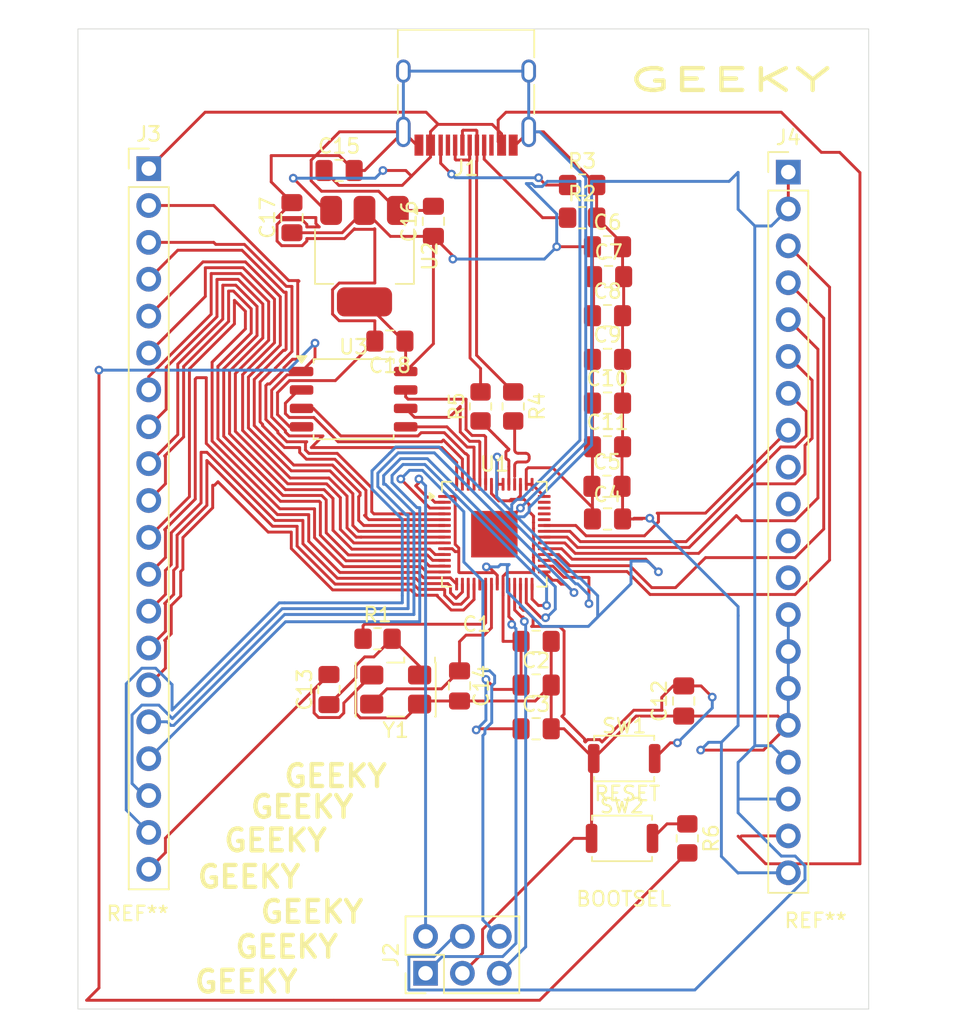
<source format=kicad_pcb>
(kicad_pcb (version 20241229) (generator "pcbnew") (generator_version "9.0")
  (layers (0 "F.Cu" signal) (2 "B.Cu" signal) (13 "F.Paste" user) (15 "B.Paste" user) (5 "F.SilkS" user "F.Silkscreen") (7 "B.SilkS" user "B.Silkscreen") (1 "F.Mask" user) (3 "B.Mask" user) (25 "Edge.Cuts" user))
  (net 0 "")
  (net 1 "GND")
  (net 2 "+1V1")
  (net 3 "+3.3V")
  (net 4 "Net-(U1-RUN)")
  (net 5 "Net-(C13-Pad1)")
  (net 6 "X0")
  (net 7 "+5V")
  (net 8 "D+")
  (net 9 "D-")
  (net 10 "CC2")
  (net 11 "CC1")
  (net 12 "SWCLK")
  (net 13 "TX0")
  (net 14 "SWD")
  (net 15 "RX0")
  (net 16 "GPIO3")
  (net 17 "GPIO10")
  (net 18 "GPIO5")
  (net 19 "GPIO12")
  (net 20 "GPIO7")
  (net 21 "GPIO8")
  (net 22 "GPIO18")
  (net 23 "GPIO4")
  (net 24 "GPIO9")
  (net 25 "GPIO19")
  (net 26 "GPIO11")
  (net 27 "GPIO13")
  (net 28 "GPIO16")
  (net 29 "GPIO15")
  (net 30 "GPIO6")
  (net 31 "GPIO17")
  (net 32 "GPIO2")
  (net 33 "GPIO14")
  (net 34 "ADC0")
  (net 35 "ADC2")
  (net 36 "ADC1")
  (net 37 "GPIO25")
  (net 38 "GPIO20")
  (net 39 "ADC3")
  (net 40 "GPIO23")
  (net 41 "GPIO24")
  (net 42 "GPIO22")
  (net 43 "GPIO21")
  (net 44 "XI")
  (net 45 "Net-(U1-USB_DM)")
  (net 46 "Net-(U1-USB_DP)")
  (net 47 "Net-(R6-Pad1)")
  (net 48 "QSPI_SS")
  (net 49 "QSPI_SD0")
  (net 50 "QSPI_SD2")
  (net 51 "QSPI_SD3")
  (net 56 "QSPI_SD1")
  (net 58 "QSPI_SCLK")
  (footprint "Resistor_SMD:R_0805_2012Metric_Pad1.20x1.40mm_HandSolder" (layer "F.Cu") (at 201.15 72.5)
    (property "Reference" "R1")
    (property "Value" "1k")
  )
  (footprint "MountingHole:MountingHole_2.2mm_M2" (layer "F.Cu") (at 184.61 94.58)
    (property "Reference" "REF**")
    (property "Value" "MountingHole_2.2mm_M2")
  )
  (footprint "Capacitor_SMD:C_0805_2012Metric_Pad1.18x1.45mm_HandSolder" (layer "F.Cu") (at 217 59.28)
    (property "Reference" "C11")
    (property "Value" "100nF")
  )
  (footprint "Package_SO:SOIC-8_5.3x5.3mm_P1.27mm" (layer "F.Cu") (at 199.5 56)
    (property "Reference" "U3")
    (property "Value" "W25Q128JVS")
  )
  (footprint "Resistor_SMD:R_0805_2012Metric_Pad1.20x1.40mm_HandSolder" (layer "F.Cu") (at 208.25 56.5 90)
    (property "Reference" "R5")
    (property "Value" "27")
  )
  (footprint "Connector_PinHeader_2.54mm:PinHeader_1x20_P2.54mm_Vertical" (layer "F.Cu") (at 229.46 40.36)
    (property "Reference" "J4")
    (property "Value" "Conn_01x20")
  )
  (footprint "Capacitor_SMD:C_0805_2012Metric_Pad1.18x1.45mm_HandSolder" (layer "F.Cu") (at 212.08 75.69)
    (property "Reference" "C2")
    (property "Value" "1uF")
  )
  (footprint "Capacitor_SMD:C_0805_2012Metric_Pad1.18x1.45mm_HandSolder" (layer "F.Cu") (at 195.25 43.5 90)
    (property "Reference" "C17")
    (property "Value" "10uF")
  )
  (footprint "MountingHole:MountingHole_2.2mm_M2" (layer "F.Cu") (at 231.34 95.06)
    (property "Reference" "REF**")
    (property "Value" "MountingHole_2.2mm_M2")
  )
  (footprint "Capacitor_SMD:C_0805_2012Metric_Pad1.18x1.45mm_HandSolder" (layer "F.Cu") (at 212.08 78.7)
    (property "Reference" "C3")
    (property "Value" "1uF")
  )
  (footprint "Resistor_SMD:R_0805_2012Metric_Pad1.20x1.40mm_HandSolder" (layer "F.Cu") (at 215.25 41.25)
    (property "Reference" "R3")
    (property "Value" "5.1k")
  )
  (footprint "Resistor_SMD:R_0805_2012Metric_Pad1.20x1.40mm_HandSolder" (layer "F.Cu") (at 222.5 86.25 -90)
    (property "Reference" "R6")
    (property "Value" "1k")
  )
  (footprint "Capacitor_SMD:C_0805_2012Metric_Pad1.18x1.45mm_HandSolder" (layer "F.Cu") (at 217 45.5)
    (property "Reference" "C6")
    (property "Value" "100nF")
  )
  (footprint "Connector_PinHeader_2.54mm:PinHeader_2x03_P2.54mm_Vertical" (layer "F.Cu") (at 204.46 95.54 90)
    (property "Reference" "J2")
    (property "Value" "DEBUG")
  )
  (footprint "Connector_PinHeader_2.54mm:PinHeader_1x20_P2.54mm_Vertical" (layer "F.Cu") (at 185.38 40.12)
    (property "Reference" "J3")
    (property "Value" "Conn_01x20")
  )
  (footprint "Capacitor_SMD:C_0805_2012Metric_Pad1.18x1.45mm_HandSolder" (layer "F.Cu") (at 217 56.27)
    (property "Reference" "C10")
    (property "Value" "100nF")
  )
  (footprint "Capacitor_SMD:C_0805_2012Metric_Pad1.18x1.45mm_HandSolder" (layer "F.Cu") (at 202 52 180)
    (property "Reference" "C18")
    (property "Value" "100nF")
  )
  (footprint "Capacitor_SMD:C_0805_2012Metric_Pad1.18x1.45mm_HandSolder" (layer "F.Cu") (at 217 64.25)
    (property "Reference" "C4")
    (property "Value" "1uF")
  )
  (footprint "Package_TO_SOT_SMD:SOT-223-3_TabPin2" (layer "F.Cu") (at 200.25 46.15 -90)
    (property "Reference" "U2")
    (property "Value" "AMS1117-3.3")
  )
  (footprint "Capacitor_SMD:C_0805_2012Metric_Pad1.18x1.45mm_HandSolder" (layer "F.Cu") (at 205 43.75 90)
    (property "Reference" "C16")
    (property "Value" "10uF")
  )
  (footprint "Resistor_SMD:R_0805_2012Metric_Pad1.20x1.40mm_HandSolder" (layer "F.Cu") (at 215.25 43.5)
    (property "Reference" "R2")
    (property "Value" "5.1k")
  )
  (footprint "Capacitor_SMD:C_0805_2012Metric_Pad1.18x1.45mm_HandSolder" (layer "F.Cu") (at 217.075 47.56)
    (property "Reference" "C7")
    (property "Value" "100nF")
  )
  (footprint "Capacitor_SMD:C_0805_2012Metric_Pad1.18x1.45mm_HandSolder" (layer "F.Cu") (at 216.9625 62)
    (property "Reference" "C5")
    (property "Value" "100nF")
  )
  (footprint "Button_Switch_SMD:SW_Push_SPST_NO_Alps_SKRK" (layer "F.Cu") (at 218 86.25)
    (property "Reference" "SW2")
    (property "Value" "BOOTSEL")
  )
  (footprint "Capacitor_SMD:C_0805_2012Metric_Pad1.18x1.45mm_HandSolder" (layer "F.Cu") (at 212.08 72.68)
    (property "Reference" "C1")
    (property "Value" "1uF")
  )
  (footprint "Package_DFN_QFN:QFN-56-1EP_7x7mm_P0.4mm_EP3.2x3.2mm" (layer "F.Cu") (at 209.2 65.3)
    (property "Reference" "U1")
    (property "Value" "RP2040")
  )
  (footprint "Capacitor_SMD:C_0805_2012Metric_Pad1.18x1.45mm_HandSolder" (layer "F.Cu") (at 198.5 40.25)
    (property "Reference" "C15")
    (property "Value" "10uF")
  )
  (footprint "Capacitor_SMD:C_0805_2012Metric_Pad1.18x1.45mm_HandSolder" (layer "F.Cu") (at 217 53.26)
    (property "Reference" "C9")
    (property "Value" "100nF")
  )
  (footprint "Capacitor_SMD:C_0805_2012Metric_Pad1.18x1.45mm_HandSolder" (layer "F.Cu") (at 197.8 76 90)
    (property "Reference" "C13")
    (property "Value" "18pF")
  )
  (footprint "Capacitor_SMD:C_0805_2012Metric_Pad1.18x1.45mm_HandSolder" (layer "F.Cu") (at 217 50.25)
    (property "Reference" "C8")
    (property "Value" "100nF")
  )
  (footprint "Resistor_SMD:R_0805_2012Metric_Pad1.20x1.40mm_HandSolder" (layer "F.Cu") (at 210.5 56.5 -90)
    (property "Reference" "R4")
    (property "Value" "27")
  )
  (footprint "Capacitor_SMD:C_0805_2012Metric_Pad1.18x1.45mm_HandSolder" (layer "F.Cu") (at 222.25 76.7875 90)
    (property "Reference" "C12")
    (property "Value" "100nF")
  )
  (footprint "Button_Switch_SMD:SW_Push_SPST_NO_Alps_SKRK" (layer "F.Cu") (at 218.15 80.75)
    (property "Reference" "SW1")
    (property "Value" "SW_Push")
  )
  (footprint "Crystal:Crystal_SMD_5032-4Pin_5.0x3.2mm" (layer "F.Cu") (at 202.4 76 180)
    (property "Reference" "Y1")
    (property "Value" "12MHz")
  )
  (footprint "Capacitor_SMD:C_0805_2012Metric_Pad1.18x1.45mm_HandSolder" (layer "F.Cu") (at 206.8 75.75 -90)
    (property "Reference" "C14")
    (property "Value" "18pF")
  )
  (footprint "Connector_USB:USB_C_Receptacle_HRO_TYPE-C-31-M-12" (layer "F.Cu") (at 207.25 34.455 180)
    (property "Reference" "J1")
    (property "Value" "USB_C_Receptacle_USB2.0_14P")
  )
  (gr_line (start 235 98) (end 180.5 98) (stroke (width 0.05)) (layer "Edge.Cuts"))
  (gr_line (start 235 30.5) (end 235 98) (stroke (width 0.05)) (layer "Edge.Cuts"))
  (gr_line (start 180.5 30.5) (end 235 30.5) (stroke (width 0.05)) (layer "Edge.Cuts"))
  (gr_line (start 180.5 98) (end 180.5 30.5) (stroke (width 0.05)) (layer "Edge.Cuts"))
  (gr_text "RESET" (at 216 83.75 0) (layer "F.SilkS") (effects (font (size 1 1)) (justify left bottom)))
  (gr_text "GEEKY" (at 188.4 97 0) (layer "F.SilkS") (effects (font (size 1.5 1.5) (thickness 0.3) (bold yes)) (justify left bottom)))
  (gr_text "GEEKY" (at 194.56 82.84 0) (layer "F.SilkS") (effects (font (size 1.5 1.5) (thickness 0.3) (bold yes)) (justify left bottom)))
  (gr_text "GEEKY" (at 190.42 87.27 0) (layer "F.SilkS") (effects (font (size 1.5 1.5) (thickness 0.3) (bold yes)) (justify left bottom)))
  (gr_text "BOOTSEL" (at 214.75 91 0) (layer "F.SilkS") (effects (font (size 1 1)) (justify left bottom)))
  (gr_text "GEEKY" (at 191.19 94.6 0) (layer "F.SilkS") (effects (font (size 1.5 1.5) (thickness 0.3) (bold yes)) (justify left bottom)))
  (gr_text "GEEKY" (at 188.59 89.78 0) (layer "F.SilkS") (effects (font (size 1.5 1.5) (thickness 0.3) (bold yes)) (justify left bottom)))
  (gr_text "GEEKY" (at 192.93 92.19 0) (layer "F.SilkS") (effects (font (size 1.5 1.5) (thickness 0.3) (bold yes)) (justify left bottom)))
  (gr_text "GEEKY" (at 192.25 84.96 0) (layer "F.SilkS") (effects (font (size 1.5 1.5) (thickness 0.3) (bold yes)) (justify left bottom)))
  (gr_text "GEEKY" (at 218.23 34.9 0) (layer "F.SilkS") (effects (font (size 1.5 3) (thickness 0.3) (bold yes)) (justify left bottom)))
  (segment (start 195.100001 57.905) (end 194.256051 57.06105) (width 0.2) (layer "F.Cu") (net 1))
  (segment (start 195.9125 57.905) (end 195.100001 57.905) (width 0.2) (layer "F.Cu") (net 1))
  (segment (start 196.899 43.905008) (end 196.899 43.4885) (width 0.2) (layer "F.Cu") (net 1))
  (segment (start 194.256051 55.548959) (end 195.08401 54.721) (width 0.2) (layer "F.Cu") (net 1))
  (segment (start 218.0375 47.3125) (end 218.0375 45.5) (width 0.2) (layer "F.Cu") (net 1))
  (segment (start 204.05 77) (end 204.5 77) (width 0.2) (layer "F.Cu") (net 1))
  (segment (start 204.7125 43) (end 205 42.7125) (width 0.2) (layer "F.Cu") (net 1))
  (segment (start 193.82 41.0325) (end 195.25 42.4625) (width 0.2) (layer "F.Cu") (net 1))
  (segment (start 208.389 94.151) (end 207 95.54) (width 0.2) (layer "F.Cu") (net 1))
  (segment (start 229.46 78.46) (end 229.37 78.46) (width 0.2) (layer "F.Cu") (net 1))
  (segment (start 193.82 39.224) (end 193.82 41.0325) (width 0.2) (layer "F.Cu") (net 1))
  (segment (start 197.130492 44.1365) (end 196.899 43.905008) (width 0.2) (layer "F.Cu") (net 1))
  (segment (start 200.9625 50.601) (end 198.510942 50.601) (width 0.2) (layer "F.Cu") (net 1))
  (segment (start 198.2415 54.721) (end 200.9625 52) (width 0.2) (layer "F.Cu") (net 1))
  (segment (start 201.227 41.677) (end 197.29084 41.677) (width 0.2) (layer "F.Cu") (net 1))
  (segment (start 213.1175 72.68) (end 213.1175 75.69) (width 0.2) (layer "F.Cu") (net 1))
  (segment (start 216.25 43.5) (end 216.25 41.25) (width 0.2) (layer "F.Cu") (net 1))
  (segment (start 198.52884 37.585) (end 202.93 37.585) (width 0.2) (layer "F.Cu") (net 1))
  (segment (start 218.1125 49.8875) (end 218.1125 47.56) (width 0.2) (layer "F.Cu") (net 1))
  (segment (start 196.574 40.96016) (end 196.574 39.53984) (width 0.2) (layer "F.Cu") (net 1))
  (segment (start 218.0375 50.25) (end 218.0375 49.9625) (width 0.2) (layer "F.Cu") (net 1))
  (segment (start 215.9 86.25) (end 214.66224 86.25) (width 0.2) (layer "F.Cu") (net 1))
  (segment (start 196.276 44.9385) (end 196.276 45.11016) (width 0.2) (layer "F.Cu") (net 1))
  (segment (start 202.55 43) (end 201.227 41.677) (width 0.2) (layer "F.Cu") (net 1))
  (segment (start 219.91 64.2) (end 218.84 64.2) (width 0.2) (layer "F.Cu") (net 1))
  (segment (start 196.276 44.1365) (end 197.130492 44.1365) (width 0.2) (layer "F.Cu") (net 1))
  (segment (start 198.049 50.139058) (end 198.049 48.460942) (width 0.2) (layer "F.Cu") (net 1))
  (segment (start 196.574 39.53984) (end 198.52884 37.585) (width 0.2) (layer "F.Cu") (net 1))
  (segment (start 218.0375 64.25) (end 218.79 64.25) (width 0.2) (layer "F.Cu") (net 1))
  (segment (start 200.9625 52) (end 200.9625 50.601) (width 0.2) (layer "F.Cu") (net 1))
  (segment (start 218 62) (end 218 59.3175) (width 0.2) (layer "F.Cu") (net 1))
  (segment (start 186.531 86.2315) (end 197.8 74.9625) (width 0.2) (layer "F.Cu") (net 1))
  (segment (start 216.05 80.78) (end 215.9 80.93) (width 0.2) (layer "F.Cu") (net 1))
  (segment (start 186.531 87.229) (end 186.531 86.2315) (width 0.2) (layer "F.Cu") (net 1))
  (segment (start 198.8786 44.9385) (end 196.276 44.9385) (width 0.2) (layer "F.Cu") (net 1))
  (segment (start 218.0375 49.9625) (end 218.1125 49.8875) (width 0.2) (layer "F.Cu") (net 1))
  (segment (start 198.049 48.460942) (end 198.510942 47.999) (width 0.2) (layer "F.Cu") (net 1))
  (segment (start 228.735 77.825) (end 222.25 77.825) (width 0.2) (layer "F.Cu") (net 1))
  (segment (start 218.0375 53.26) (end 218.0375 50.25) (width 0.2) (layer "F.Cu") (net 1))
  (segment (start 196.774 75.9885) (end 196.774 77.61016) (width 0.2) (layer "F.Cu") (net 1))
  (segment (start 196.276 43.96484) (end 196.276 44.1365) (width 0.2) (layer "F.Cu") (net 1))
  (segment (start 218.0375 45.5) (end 218.0375 45.2875) (width 0.2) (layer "F.Cu") (net 1))
  (segment (start 198.826 76.924) (end 200.75 75) (width 0.2) (layer "F.Cu") (net 1))
  (segment (start 202.55 43) (end 204.7125 43) (width 0.2) (layer "F.Cu") (net 1))
  (segment (start 210.655 38.5) (end 211.57 37.585) (width 0.2) (layer "F.Cu") (net 1))
  (segment (start 212.02 76.7875) (end 213.1175 75.69) (width 0.2) (layer "F.Cu") (net 1))
  (segment (start 204.05 77) (end 203.099 77.951) (width 0.2) (layer "F.Cu") (net 1))
  (segment (start 229.46 78.46) (end 227.75 80.17) (width 0.2) (layer "F.Cu") (net 1))
  (segment (start 196.276 45.11016) (end 195.96016 45.426) (width 0.2) (layer "F.Cu") (net 1))
  (segment (start 218 59.3175) (end 218.0375 59.28) (width 0.2) (layer "F.Cu") (net 1))
  (segment (start 218.0375 45.2875) (end 216.25 43.5) (width 0.2) (layer "F.Cu") (net 1))
  (segment (start 199.5375 40.25) (end 198.5115 39.224) (width 0.2) (layer "F.Cu") (net 1))
  (segment (start 195.96016 43.649) (end 196.276 43.96484) (width 0.2) (layer "F.Cu") (net 1))
  (segment (start 197.8 74.9625) (end 196.774 75.9885) (width 0.2) (layer "F.Cu") (net 1))
  (segment (start 216.05 80.75) (end 216.05 80.78) (width 0.2) (layer "F.Cu") (net 1))
  (segment (start 198.51016 77.926) (end 198.826 77.61016) (width 0.2) (layer "F.Cu") (net 1))
  (segment (start 199.649 77.63516) (end 199.649 76.101) (width 0.2) (layer "F.Cu") (net 1))
  (segment (start 208.389 92.52324) (end 208.389 94.151) (width 0.2) (layer "F.Cu") (net 1))
  (segment (start 196.899 43.4885) (end 194.224 43.4885) (width 0.2) (layer "F.Cu") (net 1))
  (segment (start 218.975 77.825) (end 216.05 80.75) (width 0.2) (layer "F.Cu") (net 1))
  (segment (start 198.826 77.61016) (end 198.826 76.924) (width 0.2) (layer "F.Cu") (net 1))
  (segment (start 200.905008 44.301) (end 199.594992 44.301) (width 0.2) (layer "F.Cu") (net 1))
  (segment (start 204.5 77) (end 204.7125 76.7875) (width 0.2) (layer "F.Cu") (net 1))
  (segment (start 218.0375 62.0375) (end 218 62) (width 0.2) (layer "F.Cu") (net 1))
  (segment (start 209.2 65.3) (end 211 63.5) (width 0.2) (layer "F.Cu") (net 1))
  (segment (start 198.5115 39.224) (end 193.82 39.224) (width 0.2) (layer "F.Cu") (net 1))
  (segment (start 227.75 80.17) (end 223.42 80.17) (width 0.2) (layer "F.Cu") (net 1))
  (segment (start 206.8 76.7875) (end 212.02 76.7875) (width 0.2) (layer "F.Cu") (net 1))
  (segment (start 198.510942 47.999) (end 200.9625 47.999) (width 0.2) (layer "F.Cu") (net 1))
  (segment (start 203.099 77.951) (end 199.96484 77.951) (width 0.2) (layer "F.Cu") (net 1))
  (segment (start 229.37 78.46) (end 228.735 77.825) (width 0.2) (layer "F.Cu") (net 1))
  (segment (start 218.0375 64.25) (end 218.0375 62.0375) (width 0.2) (layer "F.Cu") (net 1))
  (segment (start 194.224 43.4885) (end 195.25 42.4625) (width 0.2) (layer "F.Cu") (net 1))
  (segment (start 203.845 38.5) (end 202.93 37.585) (width 0.2) (layer "F.Cu") (net 1))
  (segment (start 198.510942 50.601) (end 198.049 50.139058) (width 0.2) (layer "F.Cu") (net 1))
  (segment (start 197.08984 77.926) (end 198.51016 77.926) (width 0.2) (layer "F.Cu") (net 1))
  (segment (start 199.5375 40.25) (end 200.265 40.25) (width 0.2) (layer "F.Cu") (net 1))
  (segment (start 195.08401 54.721) (end 198.2415 54.721) (width 0.2) (layer "F.Cu") (net 1))
  (segment (start 194.224 43.96484) (end 194.53984 43.649) (width 0.2) (layer "F.Cu") (net 1))
  (segment (start 194.256051 57.06105) (end 194.256051 55.548959) (width 0.2) (layer "F.Cu") (net 1))
  (segment (start 194.53984 45.426) (end 194.224 45.11016) (width 0.2) (layer "F.Cu") (net 1))
  (segment (start 197.29084 41.677) (end 196.574 40.96016) (width 0.2) (layer "F.Cu") (net 1))
  (segment (start 222.25 77.825) (end 218.975 77.825) (width 0.2) (layer "F.Cu") (net 1))
  (segment (start 218.1125 47.3875) (end 218.0375 47.3125) (width 0.2) (layer "F.Cu") (net 1))
  (segment (start 194.53984 43.649) (end 195.96016 43.649) (width 0.2) (layer "F.Cu") (net 1))
  (segment (start 218.0375 59.28) (end 218.0375 56.27) (width 0.2) (layer "F.Cu") (net 1))
  (segment (start 218.1125 47.56) (end 218.1125 47.3875) (width 0.2) (layer "F.Cu") (net 1))
  (segment (start 200.9625 44.2796) (end 200.944454 44.261554) (width 0.2) (layer "F.Cu") (net 1))
  (segment (start 200.265 40.25) (end 202.93 37.585) (width 0.2) (layer "F.Cu") (net 1))
  (segment (start 214 78.7) (end 216.05 80.75) (width 0.2) (layer "F.Cu") (net 1))
  (segment (start 199.555546 44.261554) (end 198.8786 44.9385) (width 0.2) (layer "F.Cu") (net 1))
  (segment (start 204.7125 76.7875) (end 206.8 76.7875) (width 0.2) (layer "F.Cu") (net 1))
  (segment (start 204 38.5) (end 203.845 38.5) (width 0.2) (layer "F.Cu") (net 1))
  (segment (start 212.585 37.585) (end 211.57 37.585) (width 0.2) (layer "F.Cu") (net 1))
  (segment (start 213.1175 78.7) (end 214 78.7) (width 0.2) (layer "F.Cu") (net 1))
  (segment (start 200.9625 47.999) (end 200.9625 44.2796) (width 0.2) (layer "F.Cu") (net 1))
  (segment (start 213.1175 75.69) (end 213.1175 78.7) (width 0.2) (layer "F.Cu") (net 1))
  (segment (start 215.9 80.93) (end 215.9 86.25) (width 0.2) (layer "F.Cu") (net 1))
  (segment (start 218.0375 53.26) (end 218.0375 56.27) (width 0.2) (layer "F.Cu") (net 1))
  (segment (start 199.649 76.101) (end 200.75 75) (width 0.2) (layer "F.Cu") (net 1))
  (segment (start 218.84 64.2) (end 218.79 64.25) (width 0.2) (layer "F.Cu") (net 1))
  (segment (start 194.224 45.11016) (end 194.224 43.96484) (width 0.2) (layer "F.Cu") (net 1))
  (segment (start 196.774 77.61016) (end 197.08984 77.926) (width 0.2) (layer "F.Cu") (net 1))
  (segment (start 195.96016 45.426) (end 194.53984 45.426) (width 0.2) (layer "F.Cu") (net 1))
  (segment (start 185.38 88.38) (end 186.531 87.229) (width 0.2) (layer "F.Cu") (net 1))
  (segment (start 218.79 64.25) (end 219.39 64.25) (width 0.2) (layer "F.Cu") (net 1))
  (segment (start 210.5 38.5) (end 210.655 38.5) (width 0.2) (layer "F.Cu") (net 1))
  (segment (start 199.594992 44.301) (end 199.555546 44.261554) (width 0.2) (layer "F.Cu") (net 1))
  (segment (start 216.25 41.25) (end 212.585 37.585) (width 0.2) (layer "F.Cu") (net 1))
  (segment (start 199.96484 77.951) (end 199.649 77.63516) (width 0.2) (layer "F.Cu") (net 1))
  (segment (start 200.944454 44.261554) (end 200.905008 44.301) (width 0.2) (layer "F.Cu") (net 1))
  (segment (start 214.66224 86.25) (end 208.389 92.52324) (width 0.2) (layer "F.Cu") (net 1))
  (via (at 219.91 64.2) (size 0.6) (drill 0.3) (layers "F.Cu" "B.Cu") (net 1))
  (via (at 223.42 80.17) (size 0.6) (drill 0.3) (layers "F.Cu" "B.Cu") (net 1))
  (via (at 211 63.5) (size 0.6) (drill 0.3) (layers "F.Cu" "B.Cu") (net 1))
  (segment (start 202.93 37.585) (end 202.93 33.405) (width 0.2) (layer "B.Cu") (net 1))
  (segment (start 224.849 79.631) (end 223.959 79.631) (width 0.2) (layer "B.Cu") (net 1))
  (segment (start 215.5 40.75) (end 212.335 37.585) (width 0.2) (layer "B.Cu") (net 1))
  (segment (start 226 88.64) (end 226.02 88.62) (width 0.2) (layer "B.Cu") (net 1))
  (segment (start 215.5 59) (end 215.5 40.75) (width 0.2) (layer "B.Cu") (net 1))
  (segment (start 211 63.5) (end 215.5 59) (width 0.2) (layer "B.Cu") (net 1))
  (segment (start 223.959 79.631) (end 223.42 80.17) (width 0.2) (layer "B.Cu") (net 1))
  (segment (start 229.46 75.92) (end 229.46 78.46) (width 0.2) (layer "B.Cu") (net 1))
  (segment (start 226 70.86) (end 226 70.93) (width 0.2) (layer "B.Cu") (net 1))
  (segment (start 212.335 37.585) (end 211.57 37.585) (width 0.2) (layer "B.Cu") (net 1))
  (segment (start 226 70.93) (end 226 70.29) (width 0.2) (layer "B.Cu") (net 1))
  (segment (start 226.02 88.62) (end 229.46 88.62) (width 0.2) (layer "B.Cu") (net 1))
  (segment (start 202.93 33.405) (end 211.57 33.405) (width 0.2) (layer "B.Cu") (net 1))
  (segment (start 224.849 79.631) (end 224.849 87.489) (width 0.2) (layer "B.Cu") (net 1))
  (segment (start 224.849 87.489) (end 226 88.64) (width 0.2) (layer "B.Cu") (net 1))
  (segment (start 226 78.48) (end 224.849 79.631) (width 0.2) (layer "B.Cu") (net 1))
  (segment (start 229.46 73.38) (end 229.46 75.92) (width 0.2) (layer "B.Cu") (net 1))
  (segment (start 229.46 70.84) (end 229.46 73.38) (width 0.2) (layer "B.Cu") (net 1))
  (segment (start 226 70.93) (end 226 78.48) (width 0.2) (layer "B.Cu") (net 1))
  (segment (start 226 70.29) (end 219.91 64.2) (width 0.2) (layer "B.Cu") (net 1))
  (segment (start 211.57 33.405) (end 211.57 37.585) (width 0.2) (layer "B.Cu") (net 1))
  (segment (start 210.25 63) (end 210.650057 63) (width 0.2) (layer "F.Cu") (net 2))
  (segment (start 211.601 63.251057) (end 211.601 63.748943) (width 0.2) (layer "F.Cu") (net 2))
  (segment (start 211.0425 75.69) (end 210.7425 75.99) (width 0.2) (layer "F.Cu") (net 2))
  (segment (start 211.899 65.703226) (end 211.899 66.096774) (width 0.2) (layer "F.Cu") (net 2))
  (segment (start 210.650057 63) (end 211 62.650057) (width 0.2) (layer "F.Cu") (net 2))
  (segment (start 211.902226 67.3) (end 211.899 67.303226) (width 0.2) (layer "F.Cu") (net 2))
  (segment (start 211.902226 66.5) (end 211.899 66.503226) (width 0.2) (layer "F.Cu") (net 2))
  (segment (start 211.899 64.903226) (end 211.899 65.296774) (width 0.2) (layer "F.Cu") (net 2))
  (segment (start 211.601 63.748943) (end 211.899 64.046943) (width 0.2) (layer "F.Cu") (net 2))
  (segment (start 209.8 68.7375) (end 209.8 69.529) (width 0.2) (layer "F.Cu") (net 2))
  (segment (start 210.88 72.5175) (end 211.0425 72.68) (width 0.2) (layer "F.Cu") (net 2))
  (segment (start 211.902226 64.9) (end 211.899 64.903226) (width 0.2) (layer "F.Cu") (net 2))
  (segment (start 211.83 67.94) (end 210.06 67.94) (width 0.2) (layer "F.Cu") (net 2))
  (segment (start 209.8 68.2) (end 209.8 68.7375) (width 0.2) (layer "F.Cu") (net 2))
  (segment (start 210.06 67.94) (end 209.8 68.2) (width 0.2) (layer "F.Cu") (net 2))
  (segment (start 211.899 66.896774) (end 211.902226 66.9) (width 0.2) (layer "F.Cu") (net 2))
  (segment (start 211 62.650057) (end 211 61.8625) (width 0.2) (layer "F.Cu") (net 2))
  (segment (start 211.0425 72.68) (end 209.799 72.68) (width 0.2) (layer "F.Cu") (net 2))
  (segment (start 211.902226 67.7) (end 211.899 67.703226) (width 0.2) (layer "F.Cu") (net 2))
  (segment (start 209 61.8625) (end 209 62.5) (width 0.2) (layer "F.Cu") (net 2))
  (segment (start 211.248943 62.899) (end 211.601 63.251057) (width 0.2) (layer "F.Cu") (net 2))
  (segment (start 211.899 66.103226) (end 211.899 66.496774) (width 0.2) (layer "F.Cu") (net 2))
  (segment (start 211.902226 66.1) (end 211.899 66.103226) (width 0.2) (layer "F.Cu") (net 2))
  (segment (start 211.899 65.696774) (end 211.902226 65.7) (width 0.2) (layer "F.Cu") (net 2))
  (segment (start 211.902226 66.9) (end 211.899 66.903226) (width 0.2) (layer "F.Cu") (net 2))
  (segment (start 209.03 75.71) (end 208.62 75.3) (width 0.2) (layer "F.Cu") (net 2))
  (segment (start 211.899 64.103226) (end 211.899 64.496774) (width 0.2) (layer "F.Cu") (net 2))
  (segment (start 208.03 78.7) (end 211.0425 78.7) (width 0.2) (layer "F.Cu") (net 2))
  (segment (start 211.899 67.296774) (end 211.902226 67.3) (width 0.2) (layer "F.Cu") (net 2))
  (segment (start 209.03 75.99) (end 209.03 75.71) (width 0.2) (layer "F.Cu") (net 2))
  (segment (start 211.899 65.303226) (end 211.899 65.696774) (width 0.2) (layer "F.Cu") (net 2))
  (segment (start 209.799 72.68) (end 209.799 69.53) (width 0.2) (layer "F.Cu") (net 2))
  (segment (start 209 62.5) (end 209.5 63) (width 0.2) (layer "F.Cu") (net 2))
  (segment (start 211.899 66.496774) (end 211.902226 66.5) (width 0.2) (layer "F.Cu") (net 2))
  (segment (start 209.5 63) (end 210.25 63) (width 0.2) (layer "F.Cu") (net 2))
  (segment (start 211.899 64.496774) (end 211.902226 64.5) (width 0.2) (layer "F.Cu") (net 2))
  (segment (start 211.899 64.046943) (end 211.899 64.096774) (width 0.2) (layer "F.Cu") (net 2))
  (segment (start 209.799 69.53) (end 209.799 69.271774) (width 0.2) (layer "F.Cu") (net 2))
  (segment (start 210.25 63) (end 210.351 62.899) (width 0.2) (layer "F.Cu") (net 2))
  (segment (start 209.8 69.529) (end 209.799 69.53) (width 0.2) (layer "F.Cu") (net 2))
  (segment (start 211.899 66.503226) (end 211.899 66.896774) (width 0.2) (layer "F.Cu") (net 2))
  (segment (start 211.899 67.303226) (end 211.899 67.696774) (width 0.2) (layer "F.Cu") (net 2))
  (segment (start 211.899 65.296774) (end 211.902226 65.3) (width 0.2) (layer "F.Cu") (net 2))
  (segment (start 211.0425 72.68) (end 211.0425 75.69) (width 0.2) (layer "F.Cu") (net 2))
  (segment (start 211.899 66.903226) (end 211.899 67.296774) (width 0.2) (layer "F.Cu") (net 2))
  (segment (start 211.899 64.896774) (end 211.902226 64.9) (width 0.2) (layer "F.Cu") (net 2))
  (segment (start 211.899 64.503226) (end 211.899 64.896774) (width 0.2) (layer "F.Cu") (net 2))
  (segment (start 211.899 67.871) (end 211.83 67.94) (width 0.2) (layer "F.Cu") (net 2))
  (segment (start 210.7425 75.99) (end 209.03 75.99) (width 0.2) (layer "F.Cu") (net 2))
  (segment (start 211.902226 64.1) (end 211.899 64.103226) (width 0.2) (layer "F.Cu") (net 2))
  (segment (start 211.902226 65.7) (end 211.899 65.703226) (width 0.2) (layer "F.Cu") (net 2))
  (segment (start 211.902226 65.3) (end 211.899 65.303226) (width 0.2) (layer "F.Cu") (net 2))
  (segment (start 211.899 67.703226) (end 211.899 67.871) (width 0.2) (layer "F.Cu") (net 2))
  (segment (start 211.899 67.696774) (end 211.902226 67.7) (width 0.2) (layer "F.Cu") (net 2))
  (segment (start 211.902226 64.5) (end 211.899 64.503226) (width 0.2) (layer "F.Cu") (net 2))
  (segment (start 210.351 62.899) (end 211.248943 62.899) (width 0.2) (layer "F.Cu") (net 2))
  (segment (start 211.899 66.096774) (end 211.902226 66.1) (width 0.2) (layer "F.Cu") (net 2))
  (segment (start 211.899 64.096774) (end 211.902226 64.1) (width 0.2) (layer "F.Cu") (net 2))
  (segment (start 207.95 78.78) (end 208.03 78.7) (width 0.2) (layer "F.Cu") (net 2))
  (via (at 208.62 75.3) (size 0.6) (drill 0.3) (layers "F.Cu" "B.Cu") (net 2))
  (via (at 207.95 78.78) (size 0.6) (drill 0.3) (layers "F.Cu" "B.Cu") (net 2))
  (segment (start 208.62 78.11) (end 207.95 78.78) (width 0.2) (layer "B.Cu") (net 2))
  (segment (start 207.95 78.78) (end 207.94 78.79) (width 0.2) (layer "B.Cu") (net 2))
  (segment (start 208.62 75.3) (end 208.62 78.11) (width 0.2) (layer "B.Cu") (net 2))
  (segment (start 209.398732 59.98) (end 209.398732 60.448732) (width 0.2) (layer "F.Cu") (net 3))
  (segment (start 209.31 68.04) (end 208.82 67.55) (width 0.2) (layer "F.Cu") (net 3))
  (segment (start 215.9625 61.9625) (end 215.925 62) (width 0.2) (layer "F.Cu") (net 3))
  (segment (start 206.79 67.95) (end 206.75 67.91) (width 0.2) (layer "F.Cu") (net 3))
  (segment (start 206.34 46.35) (end 206.34 46.38) (width 0.2) (layer "F.Cu") (net 3))
  (segment (start 211.8 61.8625) (end 212.6375 62.7) (width 0.2) (layer "F.Cu") (net 3))
  (segment (start 216.0375 47.56) (end 216.0375 50.175) (width 0.2) (layer "F.Cu") (net 3))
  (segment (start 206.75 66.25) (end 206.75 66.5) (width 0.2) (layer "F.Cu") (net 3))
  (segment (start 215.9625 45.5) (end 215.9625 47.485) (width 0.2) (layer "F.Cu") (net 3))
  (segment (start 200.25 43) (end 198.7125 44.5375) (width 0.2) (layer "F.Cu") (net 3))
  (segment (start 214.561 67.021) (end 213.84 66.3) (width 0.2) (layer "F.Cu") (net 3))
  (segment (start 206.75 67.91) (end 206.75 66.5) (width 0.2) (layer "F.Cu") (net 3))
  (segment (start 211.4 60.85) (end 211.4 61.8625) (width 0.2) (layer "F.Cu") (net 3))
  (segment (start 209.31 68.04) (end 209.22 67.95) (width 0.2) (layer "F.Cu") (net 3))
  (segment (start 206.5 62.75) (end 206.5 66) (width 0.2) (layer "F.Cu") (net 3))
  (segment (start 203.0875 52.05) (end 203.0375 52) (width 0.2) (layer "F.Cu") (net 3))
  (segment (start 202.95 52) (end 203.0375 52) (width 0.2) (layer "F.Cu") (net 3))
  (segment (start 215.9625 63.4625) (end 213.223797 60.723797) (width 0.2) (layer "F.Cu") (net 3))
  (segment (start 209.398732 60.448732) (end 209.4 60.45) (width 0.2) (layer "F.Cu") (net 3))
  (segment (start 203.0875 54.095) (end 205 52.1825) (width 0.2) (layer "F.Cu") (net 3))
  (segment (start 215.9625 45.5) (end 213.5 45.5) (width 0.2) (layer "F.Cu") (net 3))
  (segment (start 209.4 68.7375) (end 209.4 68.13) (width 0.2) (layer "F.Cu") (net 3))
  (segment (start 205.7625 62.7) (end 206.45 62.7) (width 0.2) (layer "F.Cu") (net 3))
  (segment (start 200.25 43) (end 202.0375 44.7875) (width 0.2) (layer "F.Cu") (net 3))
  (segment (start 205 44.7875) (end 206.34 46.1275) (width 0.2) (layer "F.Cu") (net 3))
  (segment (start 202.0375 44.7875) (end 205 44.7875) (width 0.2) (layer "F.Cu") (net 3))
  (segment (start 215.9625 56.27) (end 215.9625 59.28) (width 0.2) (layer "F.Cu") (net 3))
  (segment (start 213.223797 60.723797) (end 211.526203 60.723797) (width 0.2) (layer "F.Cu") (net 3))
  (segment (start 206.5 66) (end 206.75 66.25) (width 0.2) (layer "F.Cu") (net 3))
  (segment (start 229.46 40.36) (end 229.46 42.9) (width 0.2) (layer "F.Cu") (net 3))
  (segment (start 211.8 61.8625) (end 211.4 61.8625) (width 0.2) (layer "F.Cu") (net 3))
  (segment (start 211.526203 60.723797) (end 211.4 60.85) (width 0.2) (layer "F.Cu") (net 3))
  (segment (start 219.641 67.021) (end 214.561 67.021) (width 0.2) (layer "F.Cu") (net 3))
  (segment (start 216.0375 50.175) (end 215.9625 50.25) (width 0.2) (layer "F.Cu") (net 3))
  (segment (start 215.925 61.675) (end 215.925 62) (width 0.2) (layer "F.Cu") (net 3))
  (segment (start 215.9625 64.25) (end 215.9625 62.0375) (width 0.2) (layer "F.Cu") (net 3))
  (segment (start 213.84 66.3) (end 212.6375 66.3) (width 0.2) (layer "F.Cu") (net 3))
  (segment (start 220.51 67.89) (end 219.641 67.021) (width 0.2) (layer "F.Cu") (net 3))
  (segment (start 209.4 60.45) (end 209.4 61.8625) (width 0.2) (layer "F.Cu") (net 3))
  (segment (start 215.9625 62.0375) (end 215.925 62) (width 0.2) (layer "F.Cu") (net 3))
  (segment (start 205 52.1825) (end 205 44.7875) (width 0.2) (layer "F.Cu") (net 3))
  (segment (start 203.0875 54.095) (end 203.0875 52.05) (width 0.2) (layer "F.Cu") (net 3))
  (segment (start 200.25 49.3) (end 202.95 52) (width 0.2) (layer "F.Cu") (net 3))
  (segment (start 215.9625 53.26) (end 215.9625 56.27) (width 0.2) (layer "F.Cu") (net 3))
  (segment (start 209.4 68.13) (end 209.31 68.04) (width 0.2) (layer "F.Cu") (net 3))
  (segment (start 215.9625 47.485) (end 216.0375 47.56) (width 0.2) (layer "F.Cu") (net 3))
  (segment (start 209.22 67.95) (end 206.79 67.95) (width 0.2) (layer "F.Cu") (net 3))
  (segment (start 198.7125 44.5375) (end 195.25 44.5375) (width 0.2) (layer "F.Cu") (net 3))
  (segment (start 205.7625 66.3) (end 206.297774 66.3) (width 0.2) (layer "F.Cu") (net 3))
  (segment (start 215.9625 59.28) (end 215.9625 61.9625) (width 0.2) (layer "F.Cu") (net 3))
  (segment (start 206.497774 66.5) (end 206.297774 66.3) (width 0.2) (layer "F.Cu") (net 3))
  (segment (start 215.9625 64.25) (end 215.9625 63.4625) (width 0.2) (layer "F.Cu") (net 3))
  (segment (start 206.45 62.7) (end 206.5 62.75) (width 0.2) (layer "F.Cu") (net 3))
  (segment (start 209.8 61.8625) (end 209.4 61.8625) (width 0.2) (layer "F.Cu") (net 3))
  (segment (start 208.82 67.55) (end 208.65 67.55) (width 0.2) (layer "F.Cu") (net 3))
  (segment (start 206.75 66.5) (end 206.497774 66.5) (width 0.2) (layer "F.Cu") (net 3))
  (segment (start 215.9625 50.25) (end 215.9625 53.26) (width 0.2) (layer "F.Cu") (net 3))
  (segment (start 206.34 46.1275) (end 206.34 46.35) (width 0.2) (layer "F.Cu") (net 3))
  (via (at 220.51 67.89) (size 0.6) (drill 0.3) (layers "F.Cu" "B.Cu") (net 3))
  (via (at 208.65 67.55) (size 0.6) (drill 0.3) (layers "F.Cu" "B.Cu") (net 3))
  (via (at 213.5 45.5) (size 0.6) (drill 0.3) (layers "F.Cu" "B.Cu") (net 3))
  (via (at 206.34 46.35) (size 0.6) (drill 0.3) (layers "F.Cu" "B.Cu") (net 3))
  (via (at 209.398732 59.98) (size 0.6) (drill 0.3) (layers "F.Cu" "B.Cu") (net 3))
  (segment (start 215.99 71.34) (end 218.62 68.71) (width 0.2) (layer "B.Cu") (net 3))
  (segment (start 212.498943 41.351) (end 212.849943 41) (width 0.2) (layer "B.Cu") (net 3))
  (segment (start 226 42.92) (end 227.151 44.071) (width 0.2) (layer "B.Cu") (net 3))
  (segment (start 219.78 67.21) (end 219.83 67.21) (width 0.2) (layer "B.Cu") (net 3))
  (segment (start 210.399 63.748943) (end 210.751057 64.101) (width 0.2) (layer "B.Cu") (net 3))
  (segment (start 215.099 41) (end 215.099 58.8339) (width 0.2) (layer "B.Cu") (net 3))
  (segment (start 215.679 71.651) (end 212.481057 71.651) (width 0.2) (layer "B.Cu") (net 3))
  (segment (start 211.0339 62.899) (end 210.751057 62.899) (width 0.2) (layer "B.Cu") (net 3))
  (segment (start 209.36 62.709943) (end 214.968057 68.318) (width 0.2) (layer "B.Cu") (net 3))
  (segment (start 215.901 59.1661) (end 215.901 41) (width 0.2) (layer "B.Cu") (net 3))
  (segment (start 226 83.56) (end 226.02 83.54) (width 0.2) (layer "B.Cu") (net 3))
  (segment (start 216.321 71.009) (end 215.99 71.34) (width 0.2) (layer "B.Cu") (net 3))
  (segment (start 229.93676 87.469) (end 230.611 88.14324) (width 0.2) (layer "B.Cu") (net 3))
  (segment (start 212.481057 71.651) (end 210.09 69.259943) (width 0.2) (layer "B.Cu") (net 3))
  (segment (start 230.611 89.09676) (end 223.01676 96.691) (width 0.2) (layer "B.Cu") (net 3))
  (segment (start 226 83.56) (end 226 81.02) (width 0.2) (layer "B.Cu") (net 3))
  (segment (start 215.105043 68.318) (end 216.321 69.533957) (width 0.2) (layer "B.Cu") (net 3))
  (segment (start 215.099 58.8339) (end 211.0339 62.899) (width 0.2) (layer "B.Cu") (net 3))
  (segment (start 210.09 69.259943) (end 210.09 67.52) (width 0.2) (layer "B.Cu") (net 3))
  (segment (start 209.47 67.55) (end 208.65 67.55) (width 0.2) (layer "B.Cu") (net 3))
  (segment (start 227.151 44.071) (end 227.151 79.869) (width 0.2) (layer "B.Cu") (net 3))
  (segment (start 215.99 71.34) (end 215.679 71.651) (width 0.2) (layer "B.Cu") (net 3))
  (segment (start 212.65 46.35) (end 213.5 45.5) (width 0.2) (layer "B.Cu") (net 3))
  (segment (start 216.321 69.533957) (end 216.321 71.009) (width 0.2) (layer "B.Cu") (net 3))
  (segment (start 219.83 67.21) (end 220.51 67.89) (width 0.2) (layer "B.Cu") (net 3))
  (segment (start 203.309 96.691) (end 203.309 94.389) (width 0.2) (layer "B.Cu") (net 3))
  (segment (start 212.849943 41) (end 215.099 41) (width 0.2) (layer "B.Cu") (net 3))
  (segment (start 218.62 68.71) (end 218.62 67.15) (width 0.2) (layer "B.Cu") (net 3))
  (segment (start 226 83.56) (end 226 84.48576) (width 0.2) (layer "B.Cu") (net 3))
  (segment (start 203.309 94.389) (end 205.0439 94.389) (width 0.2) (layer "B.Cu") (net 3))
  (segment (start 223.01676 96.691) (end 203.309 96.691) (width 0.2) (layer "B.Cu") (net 3))
  (segment (start 210.09 67.52) (end 210.22 67.39) (width 0.2) (layer "B.Cu") (net 3))
  (segment (start 213.5 45.5) (end 213.5 43.25) (width 0.2) (layer "B.Cu") (net 3))
  (segment (start 210.399 63.251057) (end 210.399 63.748943) (width 0.2) (layer "B.Cu") (net 3))
  (segment (start 218.62 67.15) (end 219.72 67.15) (width 0.2) (layer "B.Cu") (net 3))
  (segment (start 209.36 60.018732) (end 209.36 62.709943) (width 0.2) (layer "B.Cu") (net 3))
  (segment (start 226 40.38) (end 226 42.92) (width 0.2) (layer "B.Cu") (net 3))
  (segment (start 209.63 67.39) (end 209.47 67.55) (width 0.2) (layer "B.Cu") (net 3))
  (segment (start 225.38 41) (end 226 40.38) (width 0.2) (layer "B.Cu") (net 3))
  (segment (start 213.5 43.25) (end 211.401 41.151) (width 0.2) (layer "B.Cu") (net 3))
  (segment (start 210.751057 62.899) (end 210.399 63.251057) (width 0.2) (layer "B.Cu") (net 3))
  (segment (start 214.968057 68.318) (end 215.105043 68.318) (width 0.2) (layer "B.Cu") (net 3))
  (segment (start 211.601 63.748943) (end 211.601 63.4661) (width 0.2) (layer "B.Cu") (net 3))
  (segment (start 228.289 44.071) (end 229.46 42.9) (width 0.2) (layer "B.Cu") (net 3))
  (segment (start 211.801057 41.151) (end 212.001057 41.351) (width 0.2) (layer "B.Cu") (net 3))
  (segment (start 209.398732 59.98) (end 209.36 60.018732) (width 0.2) (layer "B.Cu") (net 3))
  (segment (start 215.901 41) (end 225.38 41) (width 0.2) (layer "B.Cu") (net 3))
  (segment (start 228.98324 87.469) (end 229.93676 87.469) (width 0.2) (layer "B.Cu") (net 3))
  (segment (start 226.02 83.54) (end 229.46 83.54) (width 0.2) (layer "B.Cu") (net 3))
  (segment (start 227.151 79.869) (end 226 81.02) (width 0.2) (layer "B.Cu") (net 3))
  (segment (start 210.22 67.39) (end 209.63 67.39) (width 0.2) (layer "B.Cu") (net 3))
  (segment (start 219.72 67.15) (end 219.78 67.21) (width 0.2) (layer "B.Cu") (net 3))
  (segment (start 211.601 63.4661) (end 215.901 59.1661) (width 0.2) (layer "B.Cu") (net 3))
  (segment (start 227.151 44.071) (end 228.289 44.071) (width 0.2) (layer "B.Cu") (net 3))
  (segment (start 212.001057 41.351) (end 212.498943 41.351) (width 0.2) (layer "B.Cu") (net 3))
  (segment (start 227.151 79.869) (end 228.329 79.869) (width 0.2) (layer "B.Cu") (net 3))
  (segment (start 211.401 41.151) (end 211.801057 41.151) (width 0.2) (layer "B.Cu") (net 3))
  (segment (start 210.751057 64.101) (end 211.248943 64.101) (width 0.2) (layer "B.Cu") (net 3))
  (segment (start 230.611 88.14324) (end 230.611 89.09676) (width 0.2) (layer "B.Cu") (net 3))
  (segment (start 226 84.48576) (end 228.98324 87.469) (width 0.2) (layer "B.Cu") (net 3))
  (segment (start 206.4329 93) (end 207 93) (width 0.2) (layer "B.Cu") (net 3))
  (segment (start 228.329 79.869) (end 229.46 81) (width 0.2) (layer "B.Cu") (net 3))
  (segment (start 211.248943 64.101) (end 211.601 63.748943) (width 0.2) (layer "B.Cu") (net 3))
  (segment (start 206.34 46.35) (end 212.65 46.35) (width 0.2) (layer "B.Cu") (net 3))
  (segment (start 205.0439 94.389) (end 206.4329 93) (width 0.2) (layer "B.Cu") (net 3))
  (segment (start 211 68.7375) (end 211 70.35) (width 0.2) (layer "F.Cu") (net 4))
  (segment (start 211.869578 71.059563) (end 211.869578 71.557449) (width 0.2) (layer "F.Cu") (net 4))
  (segment (start 221.525 75.75) (end 222.25 75.75) (width 0.2) (layer "F.Cu") (net 4))
  (segment (start 215.42355 79.55645) (end 215.476518 79.609418) (width 0.2) (layer "F.Cu") (net 4))
  (segment (start 215.636936 79.449) (end 216.463064 79.449) (width 0.2) (layer "F.Cu") (net 4))
  (segment (start 223.45 75.75) (end 222.25 75.75) (width 0.2) (layer "F.Cu") (net 4))
  (segment (start 220.74 76.535) (end 221.525 75.75) (width 0.2) (layer "F.Cu") (net 4))
  (segment (start 213.85808 77.84192) (end 215.42355 79.40739) (width 0.2) (layer "F.Cu") (net 4))
  (segment (start 211.19 70.54) (end 211.350015 70.54) (width 0.2) (layer "F.Cu") (net 4))
  (segment (start 220.25 80.75) (end 221.33 79.67) (width 0.2) (layer "F.Cu") (net 4))
  (segment (start 220.74 77.4) (end 220.74 76.535) (width 0.2) (layer "F.Cu") (net 4))
  (segment (start 211.350015 70.54) (end 211.869578 71.059563) (width 0.2) (layer "F.Cu") (net 4))
  (segment (start 215.42355 79.40739) (end 215.42355 79.55645) (width 0.2) (layer "F.Cu") (net 4))
  (segment (start 216.463064 79.449) (end 216.623482 79.609418) (width 0.2) (layer "F.Cu") (net 4))
  (segment (start 211.869578 71.557449) (end 211.773027 71.654) (width 0.2) (layer "F.Cu") (net 4))
  (segment (start 218.8089 77.424) (end 220.764 77.424) (width 0.2) (layer "F.Cu") (net 4))
  (segment (start 211 70.35) (end 211.19 70.54) (width 0.2) (layer "F.Cu") (net 4))
  (segment (start 216.623482 79.609418) (end 218.8089 77.424) (width 0.2) (layer "F.Cu") (net 4))
  (segment (start 211.773027 71.654) (end 213.69016 71.654) (width 0.2) (layer "F.Cu") (net 4))
  (segment (start 215.476518 79.609418) (end 215.636936 79.449) (width 0.2) (layer "F.Cu") (net 4))
  (segment (start 214.006 71.96984) (end 214.006 77.694) (width 0.2) (layer "F.Cu") (net 4))
  (segment (start 213.69016 71.654) (end 214.006 71.96984) (width 0.2) (layer "F.Cu") (net 4))
  (segment (start 214.006 77.694) (end 213.85808 77.84192) (width 0.2) (layer "F.Cu") (net 4))
  (segment (start 221.33 79.67) (end 221.82 79.67) (width 0.2) (layer "F.Cu") (net 4))
  (segment (start 220.764 77.424) (end 220.74 77.4) (width 0.2) (layer "F.Cu") (net 4))
  (segment (start 224.22 76.52) (end 223.45 75.75) (width 0.2) (layer "F.Cu") (net 4))
  (via (at 221.82 79.67) (size 0.6) (drill 0.3) (layers "F.Cu" "B.Cu") (net 4))
  (via (at 224.22 76.52) (size 0.6) (drill 0.3) (layers "F.Cu" "B.Cu") (net 4))
  (segment (start 224.22 77.27) (end 224.22 76.52) (width 0.2) (layer "B.Cu") (net 4))
  (segment (start 221.82 79.67) (end 224.22 77.27) (width 0.2) (layer "B.Cu") (net 4))
  (segment (start 199.649 75.1885) (end 199.649 74.36484) (width 0.2) (layer "F.Cu") (net 5))
  (segment (start 199.649 74.36484) (end 200.26384 73.75) (width 0.2) (layer "F.Cu") (net 5))
  (segment (start 197.8 77.0375) (end 199.649 75.1885) (width 0.2) (layer "F.Cu") (net 5))
  (segment (start 204.05 74.4) (end 202.15 72.5) (width 0.2) (layer "F.Cu") (net 5))
  (segment (start 200.9 73.75) (end 202.15 72.5) (width 0.2) (layer "F.Cu") (net 5))
  (segment (start 200.26384 73.75) (end 200.9 73.75) (width 0.2) (layer "F.Cu") (net 5))
  (segment (start 204.05 75) (end 204.05 74.4) (width 0.2) (layer "F.Cu") (net 5))
  (segment (start 205.5615 75.951) (end 206.8 74.7125) (width 0.2) (layer "F.Cu") (net 6))
  (segment (start 208.5 72.25) (end 207.25 72.25) (width 0.2) (layer "F.Cu") (net 6))
  (segment (start 207.25 72.25) (end 206.8 72.7) (width 0.2) (layer "F.Cu") (net 6))
  (segment (start 209 71.75) (end 208.5 72.25) (width 0.2) (layer "F.Cu") (net 6))
  (segment (start 201.799 75.951) (end 205.5615 75.951) (width 0.2) (layer "F.Cu") (net 6))
  (segment (start 209 68.7375) (end 209 71.75) (width 0.2) (layer "F.Cu") (net 6))
  (segment (start 200.75 77) (end 201.799 75.951) (width 0.2) (layer "F.Cu") (net 6))
  (segment (start 206.8 72.7) (end 206.8 74.7125) (width 0.2) (layer "F.Cu") (net 6))
  (segment (start 234.399 40.399) (end 234.399 88) (width 0.2) (layer "F.Cu") (net 7))
  (segment (start 228.974869 36.234) (end 231.740869 39) (width 0.2) (layer "F.Cu") (net 7))
  (segment (start 202.851 41.276) (end 198.4885 41.276) (width 0.2) (layer "F.Cu") (net 7))
  (segment (start 209.7 37.723) (end 209.7 38.5) (width 0.2) (layer "F.Cu") (net 7))
  (segment (start 185.38 40.12) (end 189.266 36.234) (width 0.2) (layer "F.Cu") (net 7))
  (segment (start 204.495008 36.234) (end 205.302 37.040992) (width 0.2) (layer "F.Cu") (net 7))
  (segment (start 231.740869 39) (end 233 39) (width 0.2) (layer "F.Cu") (net 7))
  (segment (start 233 39) (end 234.399 40.399) (width 0.2) (layer "F.Cu") (net 7))
  (segment (start 204.8 38.5) (end 204.8 39.327) (width 0.2) (layer "F.Cu") (net 7))
  (segment (start 204.8 38.5) (end 204.8 37.575) (width 0.2) (layer "F.Cu") (net 7))
  (segment (start 209.464 36.774992) (end 210.004992 36.234) (width 0.2) (layer "F.Cu") (net 7))
  (segment (start 205.302 37.040992) (end 205.302 37.073) (width 0.2) (layer "F.Cu") (net 7))
  (segment (start 197.56 43) (end 195.34 40.78) (width 0.2) (layer "F.Cu") (net 7))
  (segment (start 204.8 39.327) (end 203.4885 40.6385) (width 0.2) (layer "F.Cu") (net 7))
  (segment (start 204.8 37.575) (end 205.302 37.073) (width 0.2) (layer "F.Cu") (net 7))
  (segment (start 205.302 37.073) (end 209.05 37.073) (width 0.2) (layer "F.Cu") (net 7))
  (segment (start 209.464 38.264) (end 209.464 36.774992) (width 0.2) (layer "F.Cu") (net 7))
  (segment (start 226.11 86.21) (end 226.24 86.08) (width 0.2) (layer "F.Cu") (net 7))
  (segment (start 209.05 37.073) (end 209.7 37.723) (width 0.2) (layer "F.Cu") (net 7))
  (segment (start 227.9 88) (end 226.11 86.21) (width 0.2) (layer "F.Cu") (net 7))
  (segment (start 226.24 86.08) (end 229.46 86.08) (width 0.2) (layer "F.Cu") (net 7))
  (segment (start 189.266 36.234) (end 204.495008 36.234) (width 0.2) (layer "F.Cu") (net 7))
  (segment (start 226.11 86.21) (end 226 86.1) (width 0.2) (layer "F.Cu") (net 7))
  (segment (start 210.004992 36.234) (end 228.974869 36.234) (width 0.2) (layer "F.Cu") (net 7))
  (segment (start 203.4885 40.6385) (end 202.851 41.276) (width 0.2) (layer "F.Cu") (net 7))
  (segment (start 198.4885 41.276) (end 197.4625 40.25) (width 0.2) (layer "F.Cu") (net 7))
  (segment (start 209.7 38.5) (end 209.464 38.264) (width 0.2) (layer "F.Cu") (net 7))
  (segment (start 197.95 43) (end 197.56 43) (width 0.2) (layer "F.Cu") (net 7))
  (segment (start 234.399 88) (end 227.9 88) (width 0.2) (layer "F.Cu") (net 7))
  (segment (start 201.52 40.25) (end 203.1 40.25) (width 0.2) (layer "F.Cu") (net 7))
  (segment (start 203.1 40.25) (end 203.4885 40.6385) (width 0.2) (layer "F.Cu") (net 7))
  (via (at 195.34 40.78) (size 0.6) (drill 0.3) (layers "F.Cu" "B.Cu") (net 7))
  (via (at 201.52 40.25) (size 0.6) (drill 0.3) (layers "F.Cu" "B.Cu") (net 7))
  (segment (start 200.99 40.78) (end 201.52 40.25) (width 0.2) (layer "B.Cu") (net 7))
  (segment (start 195.34 40.78) (end 200.99 40.78) (width 0.2) (layer "B.Cu") (net 7))
  (segment (start 207.5 38.5) (end 207.5 39.587501) (width 0.2) (layer "F.Cu") (net 8))
  (segment (start 207.525 53.161397) (end 208.25 53.886397) (width 0.2) (layer "F.Cu") (net 8))
  (segment (start 206.549 39.526) (end 206.5 39.477) (width 0.2) (layer "F.Cu") (net 8))
  (segment (start 207.5 39.587501) (end 207.525 39.612501) (width 0.2) (layer "F.Cu") (net 8))
  (segment (start 207.5 39.477) (end 207.451 39.526) (width 0.2) (layer "F.Cu") (net 8))
  (segment (start 206.5 39.477) (end 206.5 38.5) (width 0.2) (layer "F.Cu") (net 8))
  (segment (start 207.451 39.526) (end 206.549 39.526) (width 0.2) (layer "F.Cu") (net 8))
  (segment (start 207.5 38.5) (end 207.5 39.477) (width 0.2) (layer "F.Cu") (net 8))
  (segment (start 208.25 53.886397) (end 208.25 55.5) (width 0.2) (layer "F.Cu") (net 8))
  (segment (start 207.525 39.612501) (end 207.525 53.161397) (width 0.2) (layer "F.Cu") (net 8))
  (segment (start 208 38.5) (end 208 39.587501) (width 0.2) (layer "F.Cu") (net 9))
  (segment (start 207 38.5) (end 207 37.523) (width 0.2) (layer "F.Cu") (net 9))
  (segment (start 207 37.523) (end 207.049 37.474) (width 0.2) (layer "F.Cu") (net 9))
  (segment (start 207.951 37.474) (end 208 37.523) (width 0.2) (layer "F.Cu") (net 9))
  (segment (start 208 37.523) (end 208 38.5) (width 0.2) (layer "F.Cu") (net 9))
  (segment (start 208 39.587501) (end 207.975 39.612501) (width 0.2) (layer "F.Cu") (net 9))
  (segment (start 207.975 39.612501) (end 207.975 52.975) (width 0.2) (layer "F.Cu") (net 9))
  (segment (start 207.049 37.474) (end 207.951 37.474) (width 0.2) (layer "F.Cu") (net 9))
  (segment (start 207.975 52.975) (end 210.5 55.5) (width 0.2) (layer "F.Cu") (net 9))
  (segment (start 205.5 38.5) (end 205.5 39.75) (width 0.2) (layer "F.Cu") (net 10))
  (segment (start 212.75 41.25) (end 212.25 40.75) (width 0.2) (layer "F.Cu") (net 10))
  (segment (start 205.5 39.75) (end 206.25 40.5) (width 0.2) (layer "F.Cu") (net 10))
  (segment (start 214.25 41.25) (end 212.75 41.25) (width 0.2) (layer "F.Cu") (net 10))
  (via (at 206.25 40.5) (size 0.6) (drill 0.3) (layers "F.Cu" "B.Cu") (net 10))
  (via (at 212.25 40.75) (size 0.6) (drill 0.3) (layers "F.Cu" "B.Cu") (net 10))
  (segment (start 206.5 40.75) (end 206.25 40.5) (width 0.2) (layer "B.Cu") (net 10))
  (segment (start 212.25 40.75) (end 206.5 40.75) (width 0.2) (layer "B.Cu") (net 10))
  (segment (start 208.5 39.477) (end 212.523 43.5) (width 0.2) (layer "F.Cu") (net 11))
  (segment (start 212.523 43.5) (end 214.25 43.5) (width 0.2) (layer "F.Cu") (net 11))
  (segment (start 208.5 38.5) (end 208.5 39.477) (width 0.2) (layer "F.Cu") (net 11))
  (segment (start 210.2 70.98) (end 210.2 68.7375) (width 0.2) (layer "F.Cu") (net 12))
  (segment (start 210.399 71.515032) (end 210.399 71.281) (width 0.2) (layer "F.Cu") (net 12))
  (segment (start 210.399 71.179) (end 210.2 70.98) (width 0.2) (layer "F.Cu") (net 12))
  (segment (start 210.399 71.281) (end 210.45 71.23) (width 0.2) (layer "F.Cu") (net 12))
  (segment (start 210.399 71.515032) (end 210.399 71.179) (width 0.2) (layer "F.Cu") (net 12))
  (via (at 210.399 71.515032) (size 0.6) (drill 0.3) (layers "F.Cu" "B.Cu") (net 12))
  (segment (start 210.691 71.807032) (end 210.691 93.47676) (width 0.2) (layer "B.Cu") (net 12))
  (segment (start 210.691 93.47676) (end 209.77876 94.389) (width 0.2) (layer "B.Cu") (net 12))
  (segment (start 205.611 94.389) (end 204.46 95.54) (width 0.2) (layer "B.Cu") (net 12))
  (segment (start 209.77876 94.389) (end 205.611 94.389) (width 0.2) (layer "B.Cu") (net 12))
  (segment (start 210.399 71.515032) (end 210.691 71.807032) (width 0.2) (layer "B.Cu") (net 12))
  (segment (start 203.78355 61.96645) (end 204 61.75) (width 0.2) (layer "F.Cu") (net 13))
  (segment (start 205.1 63.1) (end 204.75 62.75) (width 0.2) (layer "F.Cu") (net 13))
  (segment (start 204.5671 62.75) (end 203.78355 61.96645) (width 0.2) (layer "F.Cu") (net 13))
  (segment (start 205.7625 63.1) (end 205.1 63.1) (width 0.2) (layer "F.Cu") (net 13))
  (segment (start 204 61.75) (end 204 61.5) (width 0.2) (layer "F.Cu") (net 13))
  (segment (start 204.75 62.75) (end 204.5671 62.75) (width 0.2) (layer "F.Cu") (net 13))
  (via (at 204 61.5) (size 0.6) (drill 0.3) (layers "F.Cu" "B.Cu") (net 13))
  (segment (start 204.46 61.96) (end 204.46 93) (width 0.2) (layer "B.Cu") (net 13))
  (segment (start 204 61.5) (end 204.46 61.96) (width 0.2) (layer "B.Cu") (net 13))
  (segment (start 211.28 71.297084) (end 211.28 71.11) (width 0.2) (layer "F.Cu") (net 14))
  (segment (start 210.6 70.52) (end 210.6 68.7375) (width 0.2) (layer "F.Cu") (net 14))
  (segment (start 211.17 71) (end 211.08 71) (width 0.2) (layer "F.Cu") (net 14))
  (segment (start 211.28 71.11) (end 211.17 71) (width 0.2) (layer "F.Cu") (net 14))
  (segment (start 211.08 71) (end 210.6 70.52) (width 0.2) (layer "F.Cu") (net 14))
  (segment (start 211.268578 71.308506) (end 211.28 71.297084) (width 0.2) (layer "F.Cu") (net 14))
  (via (at 211.268578 71.308506) (size 0.6) (drill 0.3) (layers "F.Cu" "B.Cu") (net 14))
  (segment (start 211.36 93.72) (end 209.54 95.54) (width 0.2) (layer "B.Cu") (net 14))
  (segment (start 211.268578 71.308506) (end 211.36 71.399928) (width 0.2) (layer "B.Cu") (net 14))
  (segment (start 211.36 71.399928) (end 211.36 93.72) (width 0.2) (layer "B.Cu") (net 14))
  (segment (start 205.7625 63.5) (end 204.75 63.5) (width 0.2) (layer "F.Cu") (net 15))
  (segment (start 204.75 63.5) (end 202.75 61.5) (width 0.2) (layer "F.Cu") (net 15))
  (via (at 202.75 61.5) (size 0.6) (drill 0.3) (layers "F.Cu" "B.Cu") (net 15))
  (segment (start 203.351 60.899) (end 204.248943 60.899) (width 0.2) (layer "B.Cu") (net 15))
  (segment (start 209.021 78.2761) (end 208.551 78.7461) (width 0.2) (layer "B.Cu") (net 15))
  (segment (start 204.248943 60.899) (end 207.1 63.750057) (width 0.2) (layer "B.Cu") (net 15))
  (segment (start 208.868943 74.699) (end 209.221 75.051057) (width 0.2) (layer "B.Cu") (net 15))
  (segment (start 209.021 75.748943) (end 209.021 78.2761) (width 0.2) (layer "B.Cu") (net 15))
  (segment (start 208.41 68.53) (end 208.41 74.699) (width 0.2) (layer "B.Cu") (net 15))
  (segment (start 209.221 75.051057) (end 209.221 75.548943) (width 0.2) (layer "B.Cu") (net 15))
  (segment (start 208.551 79.028943) (end 208.41 79.169943) (width 0.2) (layer "B.Cu") (net 15))
  (segment (start 202.75 61.5) (end 203.351 60.899) (width 0.2) (layer "B.Cu") (net 15))
  (segment (start 208.41 74.699) (end 208.868943 74.699) (width 0.2) (layer "B.Cu") (net 15))
  (segment (start 208.551 78.7461) (end 208.551 79.028943) (width 0.2) (layer "B.Cu") (net 15))
  (segment (start 208.41 79.169943) (end 208.41 91.87) (width 0.2) (layer "B.Cu") (net 15))
  (segment (start 208.41 91.87) (end 209.54 93) (width 0.2) (layer "B.Cu") (net 15))
  (segment (start 209.221 75.548943) (end 209.021 75.748943) (width 0.2) (layer "B.Cu") (net 15))
  (segment (start 207.1 67.22) (end 208.41 68.53) (width 0.2) (layer "B.Cu") (net 15))
  (segment (start 207.1 63.750057) (end 207.1 67.22) (width 0.2) (layer "B.Cu") (net 15))
  (segment (start 205.7625 64.3) (end 200.55 64.3) (width 0.2) (layer "F.Cu") (net 16))
  (segment (start 190 45.34) (end 189.86 45.2) (width 0.2) (layer "F.Cu") (net 16))
  (segment (start 200.349 62.2761) (end 198.2079 60.135) (width 0.2) (layer "F.Cu") (net 16))
  (segment (start 195.7815 59.333) (end 194.73381 59.333) (width 0.2) (layer "F.Cu") (net 16))
  (segment (start 195.7815 59.6652) (end 195.7815 59.333) (width 0.2) (layer "F.Cu") (net 16))
  (segment (start 191.9729 45.34) (end 190 45.34) (width 0.2) (layer "F.Cu") (net 16))
  (segment (start 193.053051 57.55935) (end 193.053051 54.806949) (width 0.2) (layer "F.Cu") (net 16))
  (segment (start 200.55 64.3) (end 200.36 64.11) (width 0.2) (layer "F.Cu") (net 16))
  (segment (start 193.22685 57.733149) (end 193.053051 57.55935) (width 0.2) (layer "F.Cu") (net 16))
  (segment (start 193.848145 54.011855) (end 194.091855 54.011855) (width 0.2) (layer "F.Cu") (net 16))
  (segment (start 194.73381 59.333) (end 193.22685 57.82604) (width 0.2) (layer "F.Cu") (net 16))
  (segment (start 189.86 45.2) (end 185.38 45.2) (width 0.2) (layer "F.Cu") (net 16))
  (segment (start 198.2079 60.135) (end 196.2513 60.135) (width 0.2) (layer "F.Cu") (net 16))
  (segment (start 195.249 52.71891) (end 195.249 48.231) (width 0.2) (layer "F.Cu") (net 16))
  (segment (start 194.091855 54.011855) (end 194.091855 53.876055) (width 0.2) (layer "F.Cu") (net 16))
  (segment (start 194.091855 53.876055) (end 195.249 52.71891) (width 0.2) (layer "F.Cu") (net 16))
  (segment (start 200.36 64.11) (end 200.25 64) (width 0.2) (layer "F.Cu") (net 16))
  (segment (start 200.36 64.11) (end 200.349 64.099) (width 0.2) (layer "F.Cu") (net 16))
  (segment (start 193.053051 54.806949) (end 193.848145 54.011855) (width 0.2) (layer "F.Cu") (net 16))
  (segment (start 194.8639 48.231) (end 191.9729 45.34) (width 0.2) (layer "F.Cu") (net 16))
  (segment (start 193.22685 57.82604) (end 193.22685 57.733149) (width 0.2) (layer "F.Cu") (net 16))
  (segment (start 195.249 48.231) (end 194.8639 48.231) (width 0.2) (layer "F.Cu") (net 16))
  (segment (start 200.349 64.099) (end 200.349 62.2761) (width 0.2) (layer "F.Cu") (net 16))
  (segment (start 196.2513 60.135) (end 195.7815 59.6652) (width 0.2) (layer "F.Cu") (net 16))
  (segment (start 190.147 58.71589) (end 190.147 53.7433) (width 0.2) (layer "F.Cu") (net 17))
  (segment (start 190.88445 48.55065) (end 190.88445 50.64685) (width 0.2) (layer "F.Cu") (net 17))
  (segment (start 186.47743 59.90967) (end 186.531 59.96324) (width 0.2) (layer "F.Cu") (net 17))
  (segment (start 187.7831 58.604) (end 186.47743 59.90967) (width 0.2) (layer "F.Cu") (net 17))
  (segment (start 192.442 49.7788) (end 191.21385 48.55065) (width 0.2) (layer "F.Cu") (net 17))
  (segment (start 192.442 51.4483) (end 192.442 49.7788) (width 0.2) (layer "F.Cu") (net 17))
  (segment (start 205.7625 67.5) (end 204.728 67.5) (width 0.2) (layer "F.Cu") (net 17))
  (segment (start 205.7625 67.5) (end 205.76 67.5) (width 0.2) (layer "F.Cu") (net 17))
  (segment (start 190.88445 50.64685) (end 187.7831 53.7482) (width 0.2) (layer "F.Cu") (net 17))
  (segment (start 197.20915 63.10595) (end 197.1364 63.0332) (width 0.2) (layer "F.Cu") (net 17))
  (segment (start 194.46431 63.0332) (end 190.147 58.71589) (width 0.2) (layer "F.Cu") (net 17))
  (segment (start 190.147 53.7433) (end 192.442 51.4483) (width 0.2) (layer "F.Cu") (net 17))
  (segment (start 205.7625 67.5) (end 205.4542 67.5) (width 0.2) (layer "F.Cu") (net 17))
  (segment (start 186.531 61.829) (end 185.38 62.98) (width 0.2) (layer "F.Cu") (net 17))
  (segment (start 204.36 67.132) (end 198.9749 67.132) (width 0.2) (layer "F.Cu") (net 17))
  (segment (start 197.1364 63.0332) (end 194.46431 63.0332) (width 0.2) (layer "F.Cu") (net 17))
  (segment (start 198.9749 67.132) (end 197.20915 65.36625) (width 0.2) (layer "F.Cu") (net 17))
  (segment (start 197.20915 65.36625) (end 197.20915 63.10595) (width 0.2) (layer "F.Cu") (net 17))
  (segment (start 204.728 67.5) (end 204.36 67.132) (width 0.2) (layer "F.Cu") (net 17))
  (segment (start 191.21385 48.55065) (end 190.88445 48.55065) (width 0.2) (layer "F.Cu") (net 17))
  (segment (start 187.7831 53.7482) (end 187.7831 58.604) (width 0.2) (layer "F.Cu") (net 17))
  (segment (start 186.531 59.96324) (end 186.531 61.829) (width 0.2) (layer "F.Cu") (net 17))
  (segment (start 205.7625 65.1) (end 199.85 65.1) (width 0.2) (layer "F.Cu") (net 18))
  (segment (start 197.8757 60.937) (end 195.20361 60.937) (width 0.2) (layer "F.Cu") (net 18))
  (segment (start 199.448 64.698) (end 199.448 62.5093) (width 0.2) (layer "F.Cu") (net 18))
  (segment (start 194.447 52.2788) (end 194.447 48.9483) (width 0.2) (layer "F.Cu") (net 18))
  (segment (start 199.85 65.1) (end 199.448 64.698) (width 0.2) (layer "F.Cu") (net 18))
  (segment (start 194.447 48.9483) (end 192.04435 46.54565) (width 0.2) (layer "F.Cu") (net 18))
  (segment (start 192.251051 54.474749) (end 194.447 52.2788) (width 0.2) (layer "F.Cu") (net 18))
  (segment (start 189.11435 46.54565) (end 185.38 50.28) (width 0.2) (layer "F.Cu") (net 18))
  (segment (start 192.251051 57.984441) (end 192.251051 54.474749) (width 0.2) (layer "F.Cu") (net 18))
  (segment (start 192.04435 46.54565) (end 189.11435 46.54565) (width 0.2) (layer "F.Cu") (net 18))
  (segment (start 195.20361 60.937) (end 192.251051 57.984441) (width 0.2) (layer "F.Cu") (net 18))
  (segment (start 199.448 62.5093) (end 197.8757 60.937) (width 0.2) (layer "F.Cu") (net 18))
  (segment (start 194.24791 63.951) (end 189.345 59.04809) (width 0.2) (layer "F.Cu") (net 19))
  (segment (start 203.95 67.934) (end 198.554 67.934) (width 0.2) (layer "F.Cu") (net 19))
  (segment (start 188.5851 54.62) (end 188.5851 62.882) (width 0.2) (layer "F.Cu") (net 19))
  (segment (start 186.531 66.909) (end 185.38 68.06) (width 0.2) (layer "F.Cu") (net 19))
  (segment (start 189.345 59.04809) (end 189.345 54.52) (width 0.2) (layer "F.Cu") (net 19))
  (segment (start 188.6851 54.52) (end 188.5851 54.62) (width 0.2) (layer "F.Cu") (net 19))
  (segment (start 189.345 54.52) (end 188.6851 54.52) (width 0.2) (layer "F.Cu") (net 19))
  (segment (start 198.554 67.934) (end 196.40715 65.78715) (width 0.2) (layer "F.Cu") (net 19))
  (segment (start 188.5851 62.882) (end 186.47743 64.98967) (width 0.2) (layer "F.Cu") (net 19))
  (segment (start 196.40715 65.78715) (end 196.40715 63.951) (width 0.2) (layer "F.Cu") (net 19))
  (segment (start 186.47743 64.98967) (end 186.531 65.04324) (width 0.2) (layer "F.Cu") (net 19))
  (segment (start 186.531 65.04324) (end 186.531 66.909) (width 0.2) (layer "F.Cu") (net 19))
  (segment (start 196.40715 63.951) (end 194.24791 63.951) (width 0.2) (layer "F.Cu") (net 19))
  (segment (start 206.6 68.7375) (end 206.1635 68.301) (width 0.2) (layer "F.Cu") (net 19))
  (segment (start 206.1635 68.301) (end 204.317 68.301) (width 0.2) (layer "F.Cu") (net 19))
  (segment (start 204.317 68.301) (end 203.95 67.934) (width 0.2) (layer "F.Cu") (net 19))
  (segment (start 194.96261 61.8302) (end 191.35 58.21759) (width 0.2) (layer "F.Cu") (net 20))
  (segment (start 189.68145 50.14855) (end 185.38 54.45) (width 0.2) (layer "F.Cu") (net 20))
  (segment (start 191.35 54.2416) (end 193.645 51.9466) (width 0.2) (layer "F.Cu") (net 20))
  (segment (start 205.218 65.902) (end 199.5178 65.902) (width 0.2) (layer "F.Cu") (net 20))
  (segment (start 198.58725 62.78275) (end 197.6347 61.8302) (width 0.2) (layer "F.Cu") (net 20))
  (segment (start 197.6347 61.8302) (end 194.96261 61.8302) (width 0.2) (layer "F.Cu") (net 20))
  (segment (start 193.645 51.9466) (end 193.645 49.2805) (width 0.2) (layer "F.Cu") (net 20))
  (segment (start 185.38 54.45) (end 185.38 55.36) (width 0.2) (layer "F.Cu") (net 20))
  (segment (start 205.7625 65.9) (end 205.22 65.9) (width 0.2) (layer "F.Cu") (net 20))
  (segment (start 191.71215 47.34765) (end 189.68145 47.34765) (width 0.2) (layer "F.Cu") (net 20))
  (segment (start 191.35 58.21759) (end 191.35 54.2416) (width 0.2) (layer "F.Cu") (net 20))
  (segment (start 205.22 65.9) (end 205.218 65.902) (width 0.2) (layer "F.Cu") (net 20))
  (segment (start 199.5178 65.902) (end 198.58725 64.97145) (width 0.2) (layer "F.Cu") (net 20))
  (segment (start 198.58725 64.97145) (end 198.58725 62.78275) (width 0.2) (layer "F.Cu") (net 20))
  (segment (start 193.645 49.2805) (end 191.71215 47.34765) (width 0.2) (layer "F.Cu") (net 20))
  (segment (start 189.68145 47.34765) (end 189.68145 50.14855) (width 0.2) (layer "F.Cu") (net 20))
  (segment (start 199.3787 66.33) (end 198.08 65.0313) (width 0.2) (layer "F.Cu") (net 21))
  (segment (start 198.08 65.0313) (end 198.08 62.8426) (width 0.2) (layer "F.Cu") (net 21))
  (segment (start 198.08 62.8426) (end 197.4686 62.2312) (width 0.2) (layer "F.Cu") (net 21))
  (segment (start 205.12 66.7) (end 204.75 66.33) (width 0.2) (layer "F.Cu") (net 21))
  (segment (start 194.79651 62.2312) (end 190.949 58.38369) (width 0.2) (layer "F.Cu") (net 21))
  (segment (start 186.57855 56.70145) (end 185.38 57.9) (width 0.2) (layer "F.Cu") (net 21))
  (segment (start 190.949 58.38369) (end 190.949 54.0755) (width 0.2) (layer "F.Cu") (net 21))
  (segment (start 204.75 66.33) (end 199.3787 66.33) (width 0.2) (layer "F.Cu") (net 21))
  (segment (start 191.54605 47.74865) (end 190.08245 47.74865) (width 0.2) (layer "F.Cu") (net 21))
  (segment (start 197.4686 62.2312) (end 194.79651 62.2312) (width 0.2) (layer "F.Cu") (net 21))
  (segment (start 205.7625 66.7) (end 205.12 66.7) (width 0.2) (layer "F.Cu") (net 21))
  (segment (start 190.08245 47.74865) (end 190.08245 50.31465) (width 0.2) (layer "F.Cu") (net 21))
  (segment (start 193.244 51.7805) (end 193.244 49.4466) (width 0.2) (layer "F.Cu") (net 21))
  (segment (start 190.949 54.0755) (end 193.244 51.7805) (width 0.2) (layer "F.Cu") (net 21))
  (segment (start 186.57855 53.81855) (end 186.57855 56.70145) (width 0.2) (layer "F.Cu") (net 21))
  (segment (start 190.08245 50.31465) (end 186.57855 53.81855) (width 0.2) (layer "F.Cu") (net 21))
  (segment (start 193.244 49.4466) (end 191.54605 47.74865) (width 0.2) (layer "F.Cu") (net 21))
  (segment (start 214.11 68.74) (end 214.69 69.32) (width 0.2) (layer "F.Cu") (net 22))
  (segment (start 213.53 68.47) (end 213.8 68.74) (width 0.2) (layer "F.Cu") (net 22))
  (segment (start 213.8 68.74) (end 214.11 68.74) (width 0.2) (layer "F.Cu") (net 22))
  (segment (start 213.2075 68.47) (end 213.53 68.47) (width 0.2) (layer "F.Cu") (net 22))
  (segment (start 212.6375 67.9) (end 213.2075 68.47) (width 0.2) (layer "F.Cu") (net 22))
  (via (at 214.69 69.32) (size 0.6) (drill 0.3) (layers "F.Cu" "B.Cu") (net 22))
  (segment (start 184.90324 77.069) (end 184.229 77.74324) (width 0.2) (layer "B.Cu") (net 22))
  (segment (start 201.169 61.096857) (end 201.169 62.0261) (width 0.2) (layer "B.Cu") (net 22))
  (segment (start 205.066 59.696) (end 202.569857 59.696) (width 0.2) (layer "B.Cu") (net 22))
  (segment (start 184.229 82.469) (end 185.06 83.3) (width 0.2) (layer "B.Cu") (net 22))
  (segment (start 194.5768 70.429) (end 187.00645 77.99935) (width 0.2) (layer "B.Cu") (net 22))
  (segment (start 184.229 77.74324) (end 184.229 82.469) (width 0.2) (layer "B.Cu") (net 22))
  (segment (start 203.227929 63.962072) (end 203.257 63.991143) (width 0.2) (layer "B.Cu") (net 22))
  (segment (start 214.69 69.32) (end 205.066 59.696) (width 0.2) (layer "B.Cu") (net 22))
  (segment (start 186.0761 77.069) (end 184.90324 77.069) (width 0.2) (layer "B.Cu") (net 22))
  (segment (start 187.00645 77.99935) (end 186.0761 77.069) (width 0.2) (layer "B.Cu") (net 22))
  (segment (start 201.169 62.0261) (end 203.104972 63.962072) (width 0.2) (layer "B.Cu") (net 22))
  (segment (start 202.569857 59.696) (end 201.169 61.096857) (width 0.2) (layer "B.Cu") (net 22))
  (segment (start 203.257 63.991143) (end 203.257 70.429) (width 0.2) (layer "B.Cu") (net 22))
  (segment (start 185.06 83.3) (end 185.38 83.3) (width 0.2) (layer "B.Cu") (net 22))
  (segment (start 203.257 70.429) (end 194.5768 70.429) (width 0.2) (layer "B.Cu") (net 22))
  (segment (start 203.104972 63.962072) (end 203.227929 63.962072) (width 0.2) (layer "B.Cu") (net 22))
  (segment (start 192.652051 54.640849) (end 194.657495 52.635405) (width 0.2) (layer "F.Cu") (net 23))
  (segment (start 194.848 48.632) (end 194.6978 48.632) (width 0.2) (layer "F.Cu") (net 23))
  (segment (start 199.948 62.62) (end 199.948 62.4422) (width 0.2) (layer "F.Cu") (net 23))
  (segment (start 194.6978 48.632) (end 191.8068 45.741) (width 0.2) (layer "F.Cu") (net 23))
  (segment (start 205.7625 64.7) (end 200.2 64.7) (width 0.2) (layer "F.Cu") (net 23))
  (segment (start 199.948 62.4422) (end 198.0418 60.536) (width 0.2) (layer "F.Cu") (net 23))
  (segment (start 200.2 64.7) (end 199.849 64.349) (width 0.2) (layer "F.Cu") (net 23))
  (segment (start 192.652051 57.818341) (end 192.652051 54.640849) (width 0.2) (layer "F.Cu") (net 23))
  (segment (start 199.849 64.349) (end 199.849 62.719) (width 0.2) (layer "F.Cu") (net 23))
  (segment (start 191.8068 45.741) (end 187.379 45.741) (width 0.2) (layer "F.Cu") (net 23))
  (segment (start 195.36971 60.536) (end 192.652051 57.818341) (width 0.2) (layer "F.Cu") (net 23))
  (segment (start 198.0418 60.536) (end 195.36971 60.536) (width 0.2) (layer "F.Cu") (net 23))
  (segment (start 194.657495 52.635405) (end 194.765405 52.635405) (width 0.2) (layer "F.Cu") (net 23))
  (segment (start 199.849 62.719) (end 199.948 62.62) (width 0.2) (layer "F.Cu") (net 23))
  (segment (start 187.379 45.741) (end 185.38 47.74) (width 0.2) (layer "F.Cu") (net 23))
  (segment (start 194.765405 52.635405) (end 194.848 52.55281) (width 0.2) (layer "F.Cu") (net 23))
  (segment (start 194.848 52.55281) (end 194.848 48.632) (width 0.2) (layer "F.Cu") (net 23))
  (segment (start 197.61015 62.93985) (end 197.3025 62.6322) (width 0.2) (layer "F.Cu") (net 24))
  (segment (start 192.843 51.6144) (end 192.843 49.6127) (width 0.2) (layer "F.Cu") (net 24))
  (segment (start 197.3025 62.6322) (end 194.63041 62.6322) (width 0.2) (layer "F.Cu") (net 24))
  (segment (start 204.9529 67.1) (end 204.5839 66.731) (width 0.2) (layer "F.Cu") (net 24))
  (segment (start 192.843 49.6127) (end 191.37995 48.14965) (width 0.2) (layer "F.Cu") (net 24))
  (segment (start 194.63041 62.6322) (end 190.548 58.54979) (width 0.2) (layer "F.Cu") (net 24))
  (segment (start 190.48345 48.14965) (end 190.48345 50.48075) (width 0.2) (layer "F.Cu") (net 24))
  (segment (start 187.3821 53.5821) (end 187.3821 58.4379) (width 0.2) (layer "F.Cu") (net 24))
  (segment (start 205.7625 67.1) (end 204.9529 67.1) (width 0.2) (layer "F.Cu") (net 24))
  (segment (start 190.548 53.9094) (end 192.843 51.6144) (width 0.2) (layer "F.Cu") (net 24))
  (segment (start 197.61015 65.20015) (end 197.61015 62.93985) (width 0.2) (layer "F.Cu") (net 24))
  (segment (start 187.3821 58.4379) (end 185.38 60.44) (width 0.2) (layer "F.Cu") (net 24))
  (segment (start 204.5839 66.731) (end 199.141 66.731) (width 0.2) (layer "F.Cu") (net 24))
  (segment (start 191.37995 48.14965) (end 190.48345 48.14965) (width 0.2) (layer "F.Cu") (net 24))
  (segment (start 190.48345 50.48075) (end 187.3821 53.5821) (width 0.2) (layer "F.Cu") (net 24))
  (segment (start 190.548 58.54979) (end 190.548 53.9094) (width 0.2) (layer "F.Cu") (net 24))
  (segment (start 199.141 66.731) (end 197.61015 65.20015) (width 0.2) (layer "F.Cu") (net 24))
  (segment (start 212.6375 67.5) (end 213.2329 67.5) (width 0.2) (layer "F.Cu") (net 25))
  (segment (start 215.72 68.292) (end 215.7 68.272) (width 0.2) (layer "F.Cu") (net 25))
  (segment (start 215.72 70.08) (end 215.72 68.292) (width 0.2) (layer "F.Cu") (net 25))
  (segment (start 213.2329 67.5) (end 213.66145 67.92855) (width 0.2) (layer "F.Cu") (net 25))
  (segment (start 214.0049 68.272) (end 215.7 68.272) (width 0.2) (layer "F.Cu") (net 25))
  (segment (start 213.66145 67.92855) (end 214.0049 68.272) (width 0.2) (layer "F.Cu") (net 25))
  (via (at 215.72 70.08) (size 0.6) (drill 0.3) (layers "F.Cu" "B.Cu") (net 25))
  (segment (start 183.828 75.60424) (end 184.90324 74.529) (width 0.2) (layer "B.Cu") (net 25))
  (segment (start 202.4329 63.8571) (end 200.768 62.1922) (width 0.2) (layer "B.Cu") (net 25))
  (segment (start 194.7429 70.028) (end 202.856 70.028) (width 0.2) (layer "B.Cu") (net 25))
  (segment (start 205.377957 59.295) (end 214.801957 68.719) (width 0.2) (layer "B.Cu") (net 25))
  (segment (start 185.85676 74.529) (end 186.9871 75.65934) (width 0.2) (layer "B.Cu") (net 25))
  (segment (start 215.72 69.500057) (end 215.72 70.08) (width 0.2) (layer "B.Cu") (net 25))
  (segment (start 214.938943 68.719) (end 215.72 69.500057) (width 0.2) (layer "B.Cu") (net 25))
  (segment (start 185.38 85.84) (end 183.828 84.288) (width 0.2) (layer "B.Cu") (net 25))
  (segment (start 202.856 64.2802) (end 202.4329 63.8571) (width 0.2) (layer "B.Cu") (net 25))
  (segment (start 202.856 69.52) (end 202.856 64.2802) (width 0.2) (layer "B.Cu") (net 25))
  (segment (start 183.828 84.288) (end 183.828 75.60424) (width 0.2) (layer "B.Cu") (net 25))
  (segment (start 186.9871 75.65934) (end 186.9871 77.4129) (width 0.2) (layer "B.Cu") (net 25))
  (segment (start 200.768 62.1922) (end 200.768 60.930757) (width 0.2) (layer "B.Cu") (net 25))
  (segment (start 202.403757 59.295) (end 205.377957 59.295) (width 0.2) (layer "B.Cu") (net 25))
  (segment (start 186.9871 77.4129) (end 194.372 70.028) (width 0.2) (layer "B.Cu") (net 25))
  (segment (start 200.768 60.930757) (end 201.969379 59.729378) (width 0.2) (layer "B.Cu") (net 25))
  (segment (start 194.372 70.028) (end 194.7429 70.028) (width 0.2) (layer "B.Cu") (net 25))
  (segment (start 202.856 70.028) (end 202.856 69.52) (width 0.2) (layer "B.Cu") (net 25))
  (segment (start 184.90324 74.529) (end 185.85676 74.529) (width 0.2) (layer "B.Cu") (net 25))
  (segment (start 201.969379 59.729378) (end 202.403757 59.295) (width 0.2) (layer "B.Cu") (net 25))
  (segment (start 214.801957 68.719) (end 214.938943 68.719) (width 0.2) (layer "B.Cu") (net 25))
  (segment (start 196.80815 65.53235) (end 198.8088 67.533) (width 0.2) (layer "F.Cu") (net 26))
  (segment (start 188.1841 62.7159) (end 188.1841 53.9143) (width 0.2) (layer "F.Cu") (net 26))
  (segment (start 194.41401 63.55) (end 196.80815 63.55) (width 0.2) (layer "F.Cu") (net 26))
  (segment (start 204.153 67.533) (end 204.52 67.9) (width 0.2) (layer "F.Cu") (net 26))
  (segment (start 204.52 67.9) (end 205.7625 67.9) (width 0.2) (layer "F.Cu") (net 26))
  (segment (start 188.1841 53.9143) (end 191.28545 50.81295) (width 0.2) (layer "F.Cu") (net 26))
  (segment (start 189.746 53.454) (end 189.746 58.88199) (width 0.2) (layer "F.Cu") (net 26))
  (segment (start 198.8088 67.533) (end 204.153 67.533) (width 0.2) (layer "F.Cu") (net 26))
  (segment (start 191.28545 49.18935) (end 192.041 49.9449) (width 0.2) (layer "F.Cu") (net 26))
  (segment (start 189.746 58.88199) (end 194.41401 63.55) (width 0.2) (layer "F.Cu") (net 26))
  (segment (start 192.041 49.9449) (end 192.041 51.159) (width 0.2) (layer "F.Cu") (net 26))
  (segment (start 196.80815 63.55) (end 196.80815 65.53235) (width 0.2) (layer "F.Cu") (net 26))
  (segment (start 185.38 65.52) (end 188.1841 62.7159) (width 0.2) (layer "F.Cu") (net 26))
  (segment (start 191.28545 50.81295) (end 191.28545 49.18935) (width 0.2) (layer "F.Cu") (net 26))
  (segment (start 192.041 51.159) (end 189.746 53.454) (width 0.2) (layer "F.Cu") (net 26))
  (segment (start 189.38981 59.66) (end 188.9861 59.66) (width 0.2) (layer "F.Cu") (net 27))
  (segment (start 206.1777 69.3377) (end 206.1777 68.8823) (width 0.2) (layer "F.Cu") (net 27))
  (segment (start 205.9974 68.702) (end 204.1509 68.702) (width 0.2) (layer "F.Cu") (net 27))
  (segment (start 207 69.28) (end 206.56 69.72) (width 0.2) (layer "F.Cu") (net 27))
  (segment (start 206.56 69.72) (end 206.1777 69.3377) (width 0.2) (layer "F.Cu") (net 27))
  (segment (start 196.00615 64.352) (end 194.08181 64.352) (width 0.2) (layer "F.Cu") (net 27))
  (segment (start 186.932 67.389) (end 186.531 67.79) (width 0.2) (layer "F.Cu") (net 27))
  (segment (start 186.531 69.449) (end 185.38 70.6) (width 0.2) (layer "F.Cu") (net 27))
  (segment (start 206.1777 68.8823) (end 205.9974 68.702) (width 0.2) (layer "F.Cu") (net 27))
  (segment (start 188.9861 63.1459) (end 186.932 65.2) (width 0.2) (layer "F.Cu") (net 27))
  (segment (start 203.7839 68.335) (end 198.3879 68.335) (width 0.2) (layer "F.Cu") (net 27))
  (segment (start 188.9861 59.66) (end 188.9861 63.1459) (width 0.2) (layer "F.Cu") (net 27))
  (segment (start 196.00615 65.95325) (end 196.00615 64.352) (width 0.2) (layer "F.Cu") (net 27))
  (segment (start 186.531 67.79) (end 186.531 69.449) (width 0.2) (layer "F.Cu") (net 27))
  (segment (start 194.08181 64.352) (end 189.38981 59.66) (width 0.2) (layer "F.Cu") (net 27))
  (segment (start 204.1509 68.702) (end 203.7839 68.335) (width 0.2) (layer "F.Cu") (net 27))
  (segment (start 198.3879 68.335) (end 196.00615 65.95325) (width 0.2) (layer "F.Cu") (net 27))
  (segment (start 207 68.7375) (end 207 69.28) (width 0.2) (layer "F.Cu") (net 27))
  (segment (start 186.932 65.2) (end 186.932 67.389) (width 0.2) (layer "F.Cu") (net 27))
  (segment (start 212.427115 71.05) (end 212.73 71.05) (width 0.2) (layer "F.Cu") (net 28))
  (segment (start 211.4 70.022885) (end 212.270578 70.893463) (width 0.2) (layer "F.Cu") (net 28))
  (segment (start 211.4 68.7375) (end 211.4 70.022885) (width 0.2) (layer "F.Cu") (net 28))
  (segment (start 212.270578 70.893463) (end 212.427115 71.05) (width 0.2) (layer "F.Cu") (net 28))
  (via (at 212.73 71.05) (size 0.6) (drill 0.3) (layers "F.Cu" "B.Cu") (net 28))
  (segment (start 204.581143 60.097) (end 202.735957 60.097) (width 0.2) (layer "B.Cu") (net 28))
  (segment (start 187.1029 78.47) (end 186.91 78.47) (width 0.2) (layer "B.Cu") (net 28))
  (segment (start 212.73 71.05) (end 212.809943 71.05) (width 0.2) (layer "B.Cu") (net 28))
  (segment (start 213.401 68.916857) (end 204.581143 60.097) (width 0.2) (layer "B.Cu") (net 28))
  (segment (start 194.7429 70.83) (end 187.1029 78.47) (width 0.2) (layer "B.Cu") (net 28))
  (segment (start 203.658 63.825043) (end 203.658 70.83) (width 0.2) (layer "B.Cu") (net 28))
  (segment (start 186.66 78.22) (end 185.38 78.22) (width 0.2) (layer "B.Cu") (net 28))
  (segment (start 201.692957 61.86) (end 203.658 63.825043) (width 0.2) (layer "B.Cu") (net 28))
  (segment (start 186.91 78.47) (end 186.66 78.22) (width 0.2) (layer "B.Cu") (net 28))
  (segment (start 212.809943 71.05) (end 213.401 70.458943) (width 0.2) (layer "B.Cu") (net 28))
  (segment (start 201.57 61.262957) (end 201.57 61.86) (width 0.2) (layer "B.Cu") (net 28))
  (segment (start 203.658 70.83) (end 194.7429 70.83) (width 0.2) (layer "B.Cu") (net 28))
  (segment (start 213.401 70.458943) (end 213.401 68.916857) (width 0.2) (layer "B.Cu") (net 28))
  (segment (start 202.735957 60.097) (end 201.57 61.262957) (width 0.2) (layer "B.Cu") (net 28))
  (segment (start 201.57 61.86) (end 201.692957 61.86) (width 0.2) (layer "B.Cu") (net 28))
  (segment (start 207.0751 70.522) (end 206.2278 70.522) (width 0.2) (layer "F.Cu") (net 29))
  (segment (start 198.0557 69.137) (end 195.20415 66.28545) (width 0.2) (layer "F.Cu") (net 29))
  (segment (start 190.15 61.69) (end 189.91 61.93) (width 0.2) (layer "F.Cu") (net 29))
  (segment (start 189.7881 63.4781) (end 187.734 65.5322) (width 0.2) (layer "F.Cu") (net 29))
  (segment (start 187.58215 69.55985) (end 186.932 70.21) (width 0.2) (layer "F.Cu") (net 29))
  (segment (start 207.8 68.7375) (end 207.8 69.7971) (width 0.2) (layer "F.Cu") (net 29))
  (segment (start 186.531 74.529) (end 185.38 75.68) (width 0.2) (layer "F.Cu") (net 29))
  (segment (start 189.91 61.93) (end 189.7881 61.93) (width 0.2) (layer "F.Cu") (net 29))
  (segment (start 205.27 69.5642) (end 205.27 69.504) (width 0.2) (layer "F.Cu") (net 29))
  (segment (start 186.531 72.66324) (end 186.531 74.529) (width 0.2) (layer "F.Cu") (net 29))
  (segment (start 186.932 70.21) (end 186.932 72.1551) (width 0.2) (layer "F.Cu") (net 29))
  (segment (start 186.932 72.1551) (end 186.47743 72.60967) (width 0.2) (layer "F.Cu") (net 29))
  (segment (start 207.8 69.7971) (end 207.0751 70.522) (width 0.2) (layer "F.Cu") (net 29))
  (segment (start 186.47743 72.60967) (end 186.531 72.66324) (width 0.2) (layer "F.Cu") (net 29))
  (segment (start 193.614 65.154) (end 190.15 61.69) (width 0.2) (layer "F.Cu") (net 29))
  (segment (start 189.7881 61.93) (end 189.7881 63.4781) (width 0.2) (layer "F.Cu") (net 29))
  (segment (start 203.8187 69.504) (end 203.4517 69.137) (width 0.2) (layer "F.Cu") (net 29))
  (segment (start 195.20415 65.154) (end 193.614 65.154) (width 0.2) (layer "F.Cu") (net 29))
  (segment (start 206.2278 70.522) (end 205.27 69.5642) (width 0.2) (layer "F.Cu") (net 29))
  (segment (start 195.20415 66.28545) (end 195.20415 65.154) (width 0.2) (layer "F.Cu") (net 29))
  (segment (start 187.58215 67.87305) (end 187.58215 69.55985) (width 0.2) (layer "F.Cu") (net 29))
  (segment (start 187.734 65.5322) (end 187.734 67.7212) (width 0.2) (layer "F.Cu") (net 29))
  (segment (start 187.734 67.7212) (end 187.58215 67.87305) (width 0.2) (layer "F.Cu") (net 29))
  (segment (start 203.4517 69.137) (end 198.0557 69.137) (width 0.2) (layer "F.Cu") (net 29))
  (segment (start 205.27 69.504) (end 203.8187 69.504) (width 0.2) (layer "F.Cu") (net 29))
  (segment (start 191.87825 46.94665) (end 189.28045 46.94665) (width 0.2) (layer "F.Cu") (net 30))
  (segment (start 191.850051 58.150541) (end 191.850051 54.308649) (width 0.2) (layer "F.Cu") (net 30))
  (segment (start 199.047 64.8641) (end 199.047 62.6754) (width 0.2) (layer "F.Cu") (net 30))
  (segment (start 194.046 49.1144) (end 191.87825 46.94665) (width 0.2) (layer "F.Cu") (net 30))
  (segment (start 195.12871 61.4292) (end 191.850051 58.150541) (width 0.2) (layer "F.Cu") (net 30))
  (segment (start 205.7625 65.5) (end 200.0171 65.5) (width 0.2) (layer "F.Cu") (net 30))
  (segment (start 199.6839 65.501) (end 199.047 64.8641) (width 0.2) (layer "F.Cu") (net 30))
  (segment (start 194.046 52.1127) (end 194.046 49.1144) (width 0.2) (layer "F.Cu") (net 30))
  (segment (start 189.28045 46.94665) (end 189.28045 48.91955) (width 0.2) (layer "F.Cu") (net 30))
  (segment (start 197.8008 61.4292) (end 195.12871 61.4292) (width 0.2) (layer "F.Cu") (net 30))
  (segment (start 200.0171 65.5) (end 200.0161 65.501) (width 0.2) (layer "F.Cu") (net 30))
  (segment (start 199.047 62.6754) (end 197.8008 61.4292) (width 0.2) (layer "F.Cu") (net 30))
  (segment (start 191.850051 54.308649) (end 194.046 52.1127) (width 0.2) (layer "F.Cu") (net 30))
  (segment (start 189.28045 48.91955) (end 185.38 52.82) (width 0.2) (layer "F.Cu") (net 30))
  (segment (start 200.0161 65.501) (end 199.6839 65.501) (width 0.2) (layer "F.Cu") (net 30))
  (segment (start 212.24 70.21) (end 212.8 70.21) (width 0.2) (layer "F.Cu") (net 31))
  (segment (start 211.81 69.78) (end 212.24 70.21) (width 0.2) (layer "F.Cu") (net 31))
  (segment (start 211.8 68.7375) (end 211.8 69.77) (width 0.2) (layer "F.Cu") (net 31))
  (segment (start 211.8 69.77) (end 211.81 69.78) (width 0.2) (layer "F.Cu") (net 31))
  (via (at 212.8 70.21) (size 0.6) (drill 0.3) (layers "F.Cu" "B.Cu") (net 31))
  (segment (start 212.8 68.882957) (end 204.415043 60.498) (width 0.2) (layer "B.Cu") (net 31))
  (segment (start 202.149 61.748943) (end 203.870057 63.47) (width 0.2) (layer "B.Cu") (net 31))
  (segment (start 203.870057 63.47) (end 204.059 63.47) (width 0.2) (layer "B.Cu") (net 31))
  (segment (start 202.149 61.251057) (end 202.149 61.748943) (width 0.2) (layer "B.Cu") (net 31))
  (segment (start 204.059 71.33) (end 194.81 71.33) (width 0.2) (layer "B.Cu") (net 31))
  (segment (start 212.8 70.21) (end 212.8 68.882957) (width 0.2) (layer "B.Cu") (net 31))
  (segment (start 202.902057 60.498) (end 202.149 61.251057) (width 0.2) (layer "B.Cu") (net 31))
  (segment (start 204.415043 60.498) (end 202.902057 60.498) (width 0.2) (layer "B.Cu") (net 31))
  (segment (start 204.059 63.47) (end 204.059 71.33) (width 0.2) (layer "B.Cu") (net 31))
  (segment (start 194.81 71.33) (end 185.38 80.76) (width 0.2) (layer "B.Cu") (net 31))
  (segment (start 193.72081 54.95) (end 194.699001 53.971809) (width 0.2) (layer "F.Cu") (net 32))
  (segment (start 193.454051 57.39325) (end 193.454051 55.065949) (width 0.2) (layer "F.Cu") (net 32))
  (segment (start 195.65 53.25) (end 195.65 47.95) (width 0.2) (layer "F.Cu") (net 32))
  (segment (start 198.374 59.734) (end 196.4174 59.734) (width 0.2) (layer "F.Cu") (net 32))
  (segment (start 194.89991 58.932) (end 194.2754 58.30749) (width 0.2) (layer "F.Cu") (net 32))
  (segment (start 200.75 63.75) (end 200.75 62.11) (width 0.2) (layer "F.Cu") (net 32))
  (segment (start 194.2754 58.214599) (end 193.454051 57.39325) (width 0.2) (layer "F.Cu") (net 32))
  (segment (start 196.1825 59.4991) (end 196.1825 59.0175) (width 0.2) (layer "F.Cu") (net 32))
  (segment (start 195.03 47.83) (end 189.86 42.66) (width 0.2) (layer "F.Cu") (net 32))
  (segment (start 196.4174 59.734) (end 196.1825 59.4991) (width 0.2) (layer "F.Cu") (net 32))
  (segment (start 200.9 63.9) (end 200.75 63.75) (width 0.2) (layer "F.Cu") (net 32))
  (segment (start 196.268 58.932) (end 194.89991 58.932) (width 0.2) (layer "F.Cu") (net 32))
  (segment (start 193.454051 55.065949) (end 193.57 54.95) (width 0.2) (layer "F.Cu") (net 32))
  (segment (start 195.69 47.83) (end 195.03 47.83) (width 0.2) (layer "F.Cu") (net 32))
  (segment (start 193.57 54.95) (end 193.72081 54.95) (width 0.2) (layer "F.Cu") (net 32))
  (segment (start 195.73 47.87) (end 195.69 47.83) (width 0.2) (layer "F.Cu") (net 32))
  (segment (start 194.2754 58.30749) (end 194.2754 58.214599) (width 0.2) (layer "F.Cu") (net 32))
  (segment (start 194.699001 53.971809) (end 194.699001 53.836009) (width 0.2) (layer "F.Cu") (net 32))
  (segment (start 195.28501 53.25) (end 195.65 53.25) (width 0.2) (layer "F.Cu") (net 32))
  (segment (start 195.65 47.95) (end 195.73 47.87) (width 0.2) (layer "F.Cu") (net 32))
  (segment (start 189.86 42.66) (end 185.38 42.66) (width 0.2) (layer "F.Cu") (net 32))
  (segment (start 196.1825 59.0175) (end 196.268 58.932) (width 0.2) (layer "F.Cu") (net 32))
  (segment (start 194.699001 53.836009) (end 195.28501 53.25) (width 0.2) (layer "F.Cu") (net 32))
  (segment (start 205.7625 63.9) (end 200.9 63.9) (width 0.2) (layer "F.Cu") (net 32))
  (segment (start 200.75 62.11) (end 198.374 59.734) (width 0.2) (layer "F.Cu") (net 32))
  (segment (start 186.47743 70.06967) (end 186.531 70.12324) (width 0.2) (layer "F.Cu") (net 33))
  (segment (start 189.3871 63.312) (end 187.333 65.3661) (width 0.2) (layer "F.Cu") (net 33))
  (segment (start 186.531 70.12324) (end 186.531 71.989) (width 0.2) (layer "F.Cu") (net 33))
  (segment (start 205.7767 69.5038) (end 205.7767 69.13) (width 0.2) (layer "F.Cu") (net 33))
  (segment (start 203.6178 68.736) (end 198.2218 68.736) (width 0.2) (layer "F.Cu") (net 33))
  (segment (start 193.91571 64.753) (end 189.3871 60.22439) (width 0.2) (layer "F.Cu") (net 33))
  (segment (start 187.0981 69.449) (end 186.47743 70.06967) (width 0.2) (layer "F.Cu") (net 33))
  (segment (start 203.9848 69.103) (end 203.6178 68.736) (width 0.2) (layer "F.Cu") (net 33))
  (segment (start 189.3871 60.22439) (end 189.3871 63.312) (width 0.2) (layer "F.Cu") (net 33))
  (segment (start 195.60515 66.11935) (end 195.60515 64.753) (width 0.2) (layer "F.Cu") (net 33))
  (segment (start 205.7767 69.13) (end 205.7497 69.103) (width 0.2) (layer "F.Cu") (net 33))
  (segment (start 206.909 70.121) (end 206.3939 70.121) (width 0.2) (layer "F.Cu") (net 33))
  (segment (start 186.531 71.989) (end 185.38 73.14) (width 0.2) (layer "F.Cu") (net 33))
  (segment (start 198.2218 68.736) (end 195.60515 66.11935) (width 0.2) (layer "F.Cu") (net 33))
  (segment (start 195.60515 64.753) (end 193.91571 64.753) (width 0.2) (layer "F.Cu") (net 33))
  (segment (start 187.0981 67.79) (end 187.0981 69.449) (width 0.2) (layer "F.Cu") (net 33))
  (segment (start 187.333 67.5551) (end 187.0981 67.79) (width 0.2) (layer "F.Cu") (net 33))
  (segment (start 207.4 69.63) (end 206.909 70.121) (width 0.2) (layer "F.Cu") (net 33))
  (segment (start 206.3939 70.121) (end 205.7767 69.5038) (width 0.2) (layer "F.Cu") (net 33))
  (segment (start 187.333 65.3661) (end 187.333 67.5551) (width 0.2) (layer "F.Cu") (net 33))
  (segment (start 205.7497 69.103) (end 203.9848 69.103) (width 0.2) (layer "F.Cu") (net 33))
  (segment (start 207.4 68.7375) (end 207.4 69.63) (width 0.2) (layer "F.Cu") (net 33))
  (segment (start 220.511 63.931) (end 220.43 63.85) (width 0.2) (layer "F.Cu") (net 37))
  (segment (start 214.81384 64.7) (end 215.52384 65.41) (width 0.2) (layer "F.Cu") (net 37))
  (segment (start 219.549943 65.41) (end 220.511 64.448943) (width 0.2) (layer "F.Cu") (net 37))
  (segment (start 223.75 63.85) (end 229.46 58.14) (width 0.2) (layer "F.Cu") (net 37))
  (segment (start 220.43 63.85) (end 223.75 63.85) (width 0.2) (layer "F.Cu") (net 37))
  (segment (start 212.6375 64.7) (end 214.81384 64.7) (width 0.2) (layer "F.Cu") (net 37))
  (segment (start 215.52384 65.41) (end 219.549943 65.41) (width 0.2) (layer "F.Cu") (net 37))
  (segment (start 220.511 64.448943) (end 220.511 63.931) (width 0.2) (layer "F.Cu") (net 37))
  (segment (start 218.35 67.871) (end 219.93 69.451) (width 0.2) (layer "F.Cu") (net 38))
  (segment (start 213.4 67.1) (end 214.171 67.871) (width 0.2) (layer "F.Cu") (net 38))
  (segment (start 212.6375 67.1) (end 213.4 67.1) (width 0.2) (layer "F.Cu") (net 38))
  (segment (start 214.171 67.871) (end 218.35 67.871) (width 0.2) (layer "F.Cu") (net 38))
  (segment (start 219.93 69.451) (end 229.93676 69.451) (width 0.2) (layer "F.Cu") (net 38))
  (segment (start 229.93676 69.451) (end 232.304 67.08376) (width 0.2) (layer "F.Cu") (net 38))
  (segment (start 232.304 48.284) (end 229.46 45.44) (width 0.2) (layer "F.Cu") (net 38))
  (segment (start 232.304 67.08376) (end 232.304 48.284) (width 0.2) (layer "F.Cu") (net 38))
  (segment (start 230.611 59.18386) (end 231.101 58.69386) (width 0.2) (layer "F.Cu") (net 40))
  (segment (start 212.6375 65.5) (end 214.22 65.5) (width 0.2) (layer "F.Cu") (net 40))
  (segment (start 214.22 65.5) (end 214.932 66.212) (width 0.2) (layer "F.Cu") (net 40))
  (segment (start 231.101 58.69386) (end 231.101 54.701) (width 0.2) (layer "F.Cu") (net 40))
  (segment (start 229.93676 61.831) (end 230.611 61.15676) (width 0.2) (layer "F.Cu") (net 40))
  (segment (start 214.932 66.212) (end 222.628 66.212) (width 0.2) (layer "F.Cu") (net 40))
  (segment (start 231.101 54.701) (end 229.46 53.06) (width 0.2) (layer "F.Cu") (net 40))
  (segment (start 227.009 61.831) (end 229.93676 61.831) (width 0.2) (layer "F.Cu") (net 40))
  (segment (start 222.628 66.212) (end 227.009 61.831) (width 0.2) (layer "F.Cu") (net 40))
  (segment (start 230.611 61.15676) (end 230.611 59.18386) (width 0.2) (layer "F.Cu") (net 40))
  (segment (start 228.94 59.29) (end 229.93776 59.29) (width 0.2) (layer "F.Cu") (net 41))
  (segment (start 230.7 56.84) (end 229.46 55.6) (width 0.2) (layer "F.Cu") (net 41))
  (segment (start 215.121 65.811) (end 222.419 65.811) (width 0.2) (layer "F.Cu") (net 41))
  (segment (start 229.93776 59.29) (end 230.7 58.52776) (width 0.2) (layer "F.Cu") (net 41))
  (segment (start 212.6375 65.1) (end 214.41 65.1) (width 0.2) (layer "F.Cu") (net 41))
  (segment (start 214.41 65.1) (end 215.121 65.811) (width 0.2) (layer "F.Cu") (net 41))
  (segment (start 230.7 58.52776) (end 230.7 56.84) (width 0.2) (layer "F.Cu") (net 41))
  (segment (start 222.419 65.811) (end 228.94 59.29) (width 0.2) (layer "F.Cu") (net 41))
  (segment (start 226.231 64.371) (end 229.93676 64.371) (width 0.2) (layer "F.Cu") (net 42))
  (segment (start 225.88 64.02) (end 226.231 64.371) (width 0.2) (layer "F.Cu") (net 42))
  (segment (start 223.28 66.62) (end 225.88 64.02) (width 0.2) (layer "F.Cu") (net 42))
  (segment (start 212.6375 65.9) (end 214.0529 65.9) (width 0.2) (layer "F.Cu") (net 42))
  (segment (start 214.7729 66.62) (end 223.28 66.62) (width 0.2) (layer "F.Cu") (net 42))
  (segment (start 229.93676 64.371) (end 231.502 62.80576) (width 0.2) (layer "F.Cu") (net 42))
  (segment (start 231.502 52.562) (end 229.46 50.52) (width 0.2) (layer "F.Cu") (net 42))
  (segment (start 231.502 62.80576) (end 231.502 52.562) (width 0.2) (layer "F.Cu") (net 42))
  (segment (start 214.0529 65.9) (end 214.7729 66.62) (width 0.2) (layer "F.Cu") (net 42))
  (segment (start 231.903 64.94476) (end 231.903 50.423) (width 0.2) (layer "F.Cu") (net 43))
  (segment (start 231.903 50.423) (end 229.46 47.98) (width 0.2) (layer "F.Cu") (net 43))
  (segment (start 214.4 67.47) (end 218.54 67.47) (width 0.2) (layer "F.Cu") (net 43))
  (segment (start 221.69 68.98) (end 223.759 66.911) (width 0.2) (layer "F.Cu") (net 43))
  (segment (start 220.05 68.98) (end 221.69 68.98) (width 0.2) (layer "F.Cu") (net 43))
  (segment (start 218.54 67.47) (end 220.05 68.98) (width 0.2) (layer "F.Cu") (net 43))
  (segment (start 223.759 66.911) (end 229.93676 66.911) (width 0.2) (layer "F.Cu") (net 43))
  (segment (start 229.93676 66.911) (end 231.903 64.94476) (width 0.2) (layer "F.Cu") (net 43))
  (segment (start 212.6375 66.7) (end 213.63 66.7) (width 0.2) (layer "F.Cu") (net 43))
  (segment (start 213.63 66.7) (end 214.4 67.47) (width 0.2) (layer "F.Cu") (net 43))
  (segment (start 200.25 71.5) (end 200.15 71.6) (width 0.2) (layer "F.Cu") (net 44))
  (segment (start 200.15 71.6) (end 200.15 72.5) (width 0.2) (layer "F.Cu") (net 44))
  (segment (start 208.6 71.4) (end 208.5 71.5) (width 0.2) (layer "F.Cu") (net 44))
  (segment (start 208.5 71.5) (end 200.25 71.5) (width 0.2) (layer "F.Cu") (net 44))
  (segment (start 208.6 68.7375) (end 208.6 71.4) (width 0.2) (layer "F.Cu") (net 44))
  (segment (start 210.841 59.726508) (end 211.361 59.726508) (width 0.2) (layer "F.Cu") (net 45))
  (segment (start 210.601 60.686508) (end 210.601 61.326226) (width 0.2) (layer "F.Cu") (net 45))
  (segment (start 210.601 57.601) (end 210.5 57.5) (width 0.2) (layer "F.Cu") (net 45))
  (segment (start 210.601 59.486508) (end 210.601 58.895223) (width 0.2) (layer "F.Cu") (net 45))
  (segment (start 210.601 60.566508) (end 210.601 60.686508) (width 0.2) (layer "F.Cu") (net 45))
  (segment (start 211.361 60.326508) (end 210.841 60.326508) (width 0.2) (layer "F.Cu") (net 45))
  (segment (start 211.601 59.966508) (end 211.601 60.086508) (width 0.2) (layer "F.Cu") (net 45))
  (segment (start 210.601 58.895223) (end 210.601 57.700188) (width 0.2) (layer "F.Cu") (net 45))
  (segment (start 210.601 57.700188) (end 210.601 57.601) (width 0.2) (layer "F.Cu") (net 45))
  (arc (start 210.601 59.486508) (mid 210.671294 59.656214) (end 210.841 59.726508) (width 0.2) (layer "F.Cu") (net 45))
  (arc (start 211.601 60.086508) (mid 211.530706 60.256214) (end 211.361 60.326508) (width 0.2) (layer "F.Cu") (net 45))
  (arc (start 210.841 60.326508) (mid 210.671294 60.396802) (end 210.601 60.566508) (width 0.2) (layer "F.Cu") (net 45))
  (arc (start 211.361 59.726508) (mid 211.530706 59.796802) (end 211.601 59.966508) (width 0.2) (layer "F.Cu") (net 45))
  (segment (start 208.25 57.5) (end 208.593308 57.843308) (width 0.2) (layer "F.Cu") (net 46))
  (segment (start 210.2 60.65) (end 210.2 61.8625) (width 0.2) (layer "F.Cu") (net 46))
  (segment (start 209.564274 58.814274) (end 210.023893 59.273893) (width 0.2) (layer "F.Cu") (net 46))
  (segment (start 208.593308 57.843308) (end 208.845386 58.095386) (width 0.2) (layer "F.Cu") (net 46))
  (segment (start 209.998732 59.651268) (end 209.998732 60.05) (width 0.2) (layer "F.Cu") (net 46))
  (segment (start 210.2 60.251268) (end 210.2 60.65) (width 0.2) (layer "F.Cu") (net 46))
  (segment (start 209.414895 58.664895) (end 209.181489 58.431489) (width 0.2) (layer "F.Cu") (net 46))
  (segment (start 209.181489 58.431489) (end 208.845386 58.095386) (width 0.2) (layer "F.Cu") (net 46))
  (segment (start 209.414895 58.664895) (end 209.564274 58.814274) (width 0.2) (layer "F.Cu") (net 46))
  (segment (start 210.023893 59.273893) (end 210.2 59.45) (width 0.2) (layer "F.Cu") (net 46))
  (arc (start 210.2 59.45) (mid 210.170525 59.521159) (end 210.099366 59.550634) (width 0.2) (layer "F.Cu") (net 46))
  (arc (start 210.099366 59.550634) (mid 210.028207 59.580109) (end 209.998732 59.651268) (width 0.2) (layer "F.Cu") (net 46))
  (arc (start 209.998732 60.05) (mid 210.028207 60.121159) (end 210.099366 60.150634) (width 0.2) (layer "F.Cu") (net 46))
  (arc (start 210.099366 60.150634) (mid 210.170525 60.180109) (end 210.2 60.251268) (width 0.2) (layer "F.Cu") (net 46))
  (segment (start 220.1 86.25) (end 221.1 85.25) (width 0.2) (layer "F.Cu") (net 47))
  (segment (start 221.1 85.25) (end 222.5 85.25) (width 0.2) (layer "F.Cu") (net 47))
  (segment (start 197.3855 58.531) (end 195.06601 58.531) (width 0.2) (layer "F.Cu") (net 48))
  (segment (start 212.321 97.399) (end 198.13 97.399) (width 0.2) (layer "F.Cu") (net 48))
  (segment (start 195.06601 58.531) (end 194.799 58.26399) (width 0.2) (layer "F.Cu") (net 48))
  (segment (start 222.5 87.25) (end 222.47 87.25) (width 0.2) (layer "F.Cu") (net 48))
  (segment (start 193.855051 55.382859) (end 194.91791 54.32) (width 0.2) (layer "F.Cu") (net 48))
  (segment (start 181.95 96.55) (end 181.95 54) (width 0.2) (layer "F.Cu") (net 48))
  (segment (start 196.84 52.14) (end 196.84 53.1675) (width 0.2) (layer "F.Cu") (net 48))
  (segment (start 221.6 88.12) (end 212.321 97.399) (width 0.2) (layer "F.Cu") (net 48))
  (segment (start 181.95 54) (end 181.95 53.92) (width 0.2) (layer "F.Cu") (net 48))
  (segment (start 181.101 97.399) (end 181.95 96.55) (width 0.2) (layer "F.Cu") (net 48))
  (segment (start 194.799 58.171099) (end 193.855051 57.22715) (width 0.2) (layer "F.Cu") (net 48))
  (segment (start 194.91791 54.32) (end 195.325001 54.32) (width 0.2) (layer "F.Cu") (net 48))
  (segment (start 196.5835 59.333) (end 197.3855 58.531) (width 0.2) (layer "F.Cu") (net 48))
  (segment (start 222.47 87.25) (end 221.6 88.12) (width 0.2) (layer "F.Cu") (net 48))
  (segment (start 195.325001 54.32) (end 195.100001 54.095) (width 0.2) (layer "F.Cu") (net 48))
  (segment (start 193.855051 57.22715) (end 193.855051 55.382859) (width 0.2) (layer "F.Cu") (net 48))
  (segment (start 196.84 53.1675) (end 195.9125 54.095) (width 0.2) (layer "F.Cu") (net 48))
  (segment (start 194.799 58.26399) (end 194.799 58.171099) (width 0.2) (layer "F.Cu") (net 48))
  (segment (start 206.6 61.8625) (end 206.6 60.35) (width 0.2) (layer "F.Cu") (net 48))
  (segment (start 206.6 60.35) (end 205.583 59.333) (width 0.2) (layer "F.Cu") (net 48))
  (segment (start 195.100001 54.095) (end 195.9125 54.095) (width 0.2) (layer "F.Cu") (net 48))
  (segment (start 198.13 97.399) (end 181.101 97.399) (width 0.2) (layer "F.Cu") (net 48))
  (segment (start 205.583 59.333) (end 196.5835 59.333) (width 0.2) (layer "F.Cu") (net 48))
  (via (at 196.84 52.14) (size 0.6) (drill 0.3) (layers "F.Cu" "B.Cu") (net 48))
  (via (at 181.95 54) (size 0.6) (drill 0.3) (layers "F.Cu" "B.Cu") (net 48))
  (segment (start 181.95 54) (end 194.98 54) (width 0.2) (layer "B.Cu") (net 48))
  (segment (start 194.98 54) (end 196.84 52.14) (width 0.2) (layer "B.Cu") (net 48))
  (segment (start 207.33164 59.302) (end 205.93464 57.905) (width 0.2) (layer "F.Cu") (net 49))
  (segment (start 207.8 59.302) (end 207.33164 59.302) (width 0.2) (layer "F.Cu") (net 49))
  (segment (start 207.8 61.8625) (end 207.8 59.302) (width 0.2) (layer "F.Cu") (net 49))
  (segment (start 205.93464 57.905) (end 203.0875 57.905) (width 0.2) (layer "F.Cu") (net 49))
  (segment (start 196.724999 56.635) (end 195.9125 56.635) (width 0.2) (layer "F.Cu") (net 50))
  (segment (start 198.620999 58.531) (end 196.724999 56.635) (width 0.2) (layer "F.Cu") (net 50))
  (segment (start 207.4 61.8625) (end 207.4 59.9) (width 0.2) (layer "F.Cu") (net 50))
  (segment (start 205.75 58.306) (end 204.15899 58.306) (width 0.2) (layer "F.Cu") (net 50))
  (segment (start 204.15899 58.306) (end 203.93399 58.531) (width 0.2) (layer "F.Cu") (net 50))
  (segment (start 203.93399 58.531) (end 198.620999 58.531) (width 0.2) (layer "F.Cu") (net 50))
  (segment (start 207.4 59.9) (end 207.25 59.75) (width 0.2) (layer "F.Cu") (net 50))
  (segment (start 207.194 59.75) (end 205.75 58.306) (width 0.2) (layer "F.Cu") (net 50))
  (segment (start 207.25 59.75) (end 207.194 59.75) (width 0.2) (layer "F.Cu") (net 50))
  (segment (start 207.25 56) (end 203.25 56) (width 0.2) (layer "F.Cu") (net 51))
  (segment (start 207.25 58.08416) (end 207.25 56) (width 0.2) (layer "F.Cu") (net 51))
  (segment (start 203.0875 55.8375) (end 203.0875 55.365) (width 0.2) (layer "F.Cu") (net 51))
  (segment (start 208.5 58.5) (end 207.66384 58.5) (width 0.2) (layer "F.Cu") (net 51))
  (segment (start 208.6 61.8625) (end 208.6 58.6) (width 0.2) (layer "F.Cu") (net 51))
  (segment (start 207.249 58.08516) (end 207.25 58.08416) (width 0.2) (layer "F.Cu") (net 51))
  (segment (start 208.6 58.6) (end 208.5 58.5) (width 0.2) (layer "F.Cu") (net 51))
  (segment (start 203.25 56) (end 203.0875 55.8375) (width 0.2) (layer "F.Cu") (net 51))
  (segment (start 207.66384 58.5) (end 207.249 58.08516) (width 0.2) (layer "F.Cu") (net 51))
  (segment (start 205.568 58.932) (end 198.432 58.932) (width 0.2) (layer "F.Cu") (net 56))
  (segment (start 195.06601 57.261) (end 194.799 56.99399) (width 0.2) (layer "F.Cu") (net 56))
  (segment (start 196.761 57.261) (end 195.06601 57.261) (width 0.2) (layer "F.Cu") (net 56))
  (segment (start 195.71001 55.365) (end 195.9125 55.365) (width 0.2) (layer "F.Cu") (net 56))
  (segment (start 205.68845 58.81155) (end 205.568 58.932) (width 0.2) (layer "F.Cu") (net 56))
  (segment (start 194.799 56.99399) (end 194.799 56.27601) (width 0.2) (layer "F.Cu") (net 56))
  (segment (start 207 61.8625) (end 207 60.1231) (width 0.2) (layer "F.Cu") (net 56))
  (segment (start 194.799 56.27601) (end 195.71001 55.365) (width 0.2) (layer "F.Cu") (net 56))
  (segment (start 198.432 58.932) (end 196.761 57.261) (width 0.2) (layer "F.Cu") (net 56))
  (segment (start 207 60.1231) (end 205.68845 58.81155) (width 0.2) (layer "F.Cu") (net 56))
  (segment (start 208.2 58.95) (end 208.151 58.901) (width 0.2) (layer "F.Cu") (net 58))
  (segment (start 207.49774 58.901) (end 206.848 58.25126) (width 0.2) (layer "F.Cu") (net 58))
  (segment (start 203.7025 57.25) (end 203.0875 56.635) (width 0.2) (layer "F.Cu") (net 58))
  (segment (start 206.848 58.25126) (end 206.849 58.25026) (width 0.2) (layer "F.Cu") (net 58))
  (segment (start 208.2 61.8625) (end 208.2 58.95) (width 0.2) (layer "F.Cu") (net 58))
  (segment (start 206.099 57.25) (end 203.7025 57.25) (width 0.2) (layer "F.Cu") (net 58))
  (segment (start 206.849 58.25026) (end 206.849 56.5) (width 0.2) (layer "F.Cu") (net 58))
  (segment (start 206.849 56.5) (end 206.099 57.25) (width 0.2) (layer "F.Cu") (net 58))
  (segment (start 208.151 58.901) (end 207.49774 58.901) (width 0.2) (layer "F.Cu") (net 58))
)
</source>
